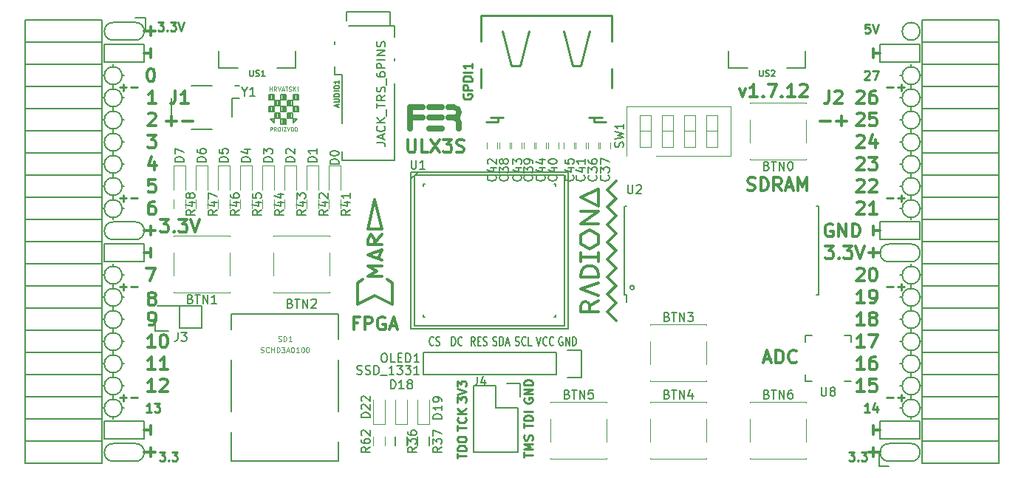
<source format=gto>
G04 #@! TF.FileFunction,Legend,Top*
%FSLAX46Y46*%
G04 Gerber Fmt 4.6, Leading zero omitted, Abs format (unit mm)*
G04 Created by KiCad (PCBNEW 4.0.7+dfsg1-1) date Sat Feb 17 11:48:04 2018*
%MOMM*%
%LPD*%
G01*
G04 APERTURE LIST*
%ADD10C,0.100000*%
%ADD11C,0.300000*%
%ADD12C,0.200000*%
%ADD13C,0.250000*%
%ADD14C,0.150000*%
%ADD15C,0.120000*%
%ADD16C,0.700000*%
%ADD17C,0.254000*%
%ADD18C,0.152400*%
%ADD19C,0.124460*%
%ADD20C,0.075000*%
G04 APERTURE END LIST*
D10*
D11*
X167133430Y-69226571D02*
X167490573Y-70226571D01*
X167847715Y-69226571D01*
X169204858Y-70226571D02*
X168347715Y-70226571D01*
X168776287Y-70226571D02*
X168776287Y-68726571D01*
X168633430Y-68940857D01*
X168490572Y-69083714D01*
X168347715Y-69155143D01*
X169847715Y-70083714D02*
X169919143Y-70155143D01*
X169847715Y-70226571D01*
X169776286Y-70155143D01*
X169847715Y-70083714D01*
X169847715Y-70226571D01*
X170419144Y-68726571D02*
X171419144Y-68726571D01*
X170776287Y-70226571D01*
X171990572Y-70083714D02*
X172062000Y-70155143D01*
X171990572Y-70226571D01*
X171919143Y-70155143D01*
X171990572Y-70083714D01*
X171990572Y-70226571D01*
X173490572Y-70226571D02*
X172633429Y-70226571D01*
X173062001Y-70226571D02*
X173062001Y-68726571D01*
X172919144Y-68940857D01*
X172776286Y-69083714D01*
X172633429Y-69155143D01*
X174062000Y-68869429D02*
X174133429Y-68798000D01*
X174276286Y-68726571D01*
X174633429Y-68726571D01*
X174776286Y-68798000D01*
X174847715Y-68869429D01*
X174919143Y-69012286D01*
X174919143Y-69155143D01*
X174847715Y-69369429D01*
X173990572Y-70226571D01*
X174919143Y-70226571D01*
X182492000Y-87582000D02*
X182492000Y-88598000D01*
X181984000Y-88090000D02*
X183254000Y-88090000D01*
X182492000Y-110442000D02*
X182492000Y-111458000D01*
X183254000Y-110950000D02*
X181984000Y-110950000D01*
X99688000Y-110442000D02*
X99688000Y-111458000D01*
X98926000Y-110950000D02*
X100196000Y-110950000D01*
X99688000Y-62182000D02*
X99688000Y-63198000D01*
X98926000Y-62690000D02*
X100196000Y-62690000D01*
X99688000Y-85042000D02*
X99688000Y-86058000D01*
X98926000Y-85550000D02*
X100196000Y-85550000D01*
D12*
X97910000Y-63706000D02*
G75*
G03X97910000Y-61674000I0J1016000D01*
G01*
X184270000Y-109934000D02*
G75*
G03X184270000Y-111966000I0J-1016000D01*
G01*
X95370000Y-111966000D02*
X97910000Y-111966000D01*
X95370000Y-109934000D02*
X97910000Y-109934000D01*
X97910000Y-111966000D02*
G75*
G03X97910000Y-109934000I0J1016000D01*
G01*
X95370000Y-109934000D02*
G75*
G03X95370000Y-111966000I0J-1016000D01*
G01*
X95370000Y-61674000D02*
X97910000Y-61674000D01*
X95370000Y-63706000D02*
X97910000Y-63706000D01*
X95370000Y-61674000D02*
G75*
G03X95370000Y-63706000I0J-1016000D01*
G01*
X95370000Y-84534000D02*
X97910000Y-84534000D01*
X95370000Y-86566000D02*
X97910000Y-86566000D01*
X95370000Y-84534000D02*
G75*
G03X95370000Y-86566000I0J-1016000D01*
G01*
X97910000Y-86566000D02*
G75*
G03X97910000Y-84534000I0J1016000D01*
G01*
X187826000Y-62690000D02*
G75*
G03X187826000Y-62690000I-1016000J0D01*
G01*
X184270000Y-89106000D02*
X186810000Y-89106000D01*
X184270000Y-87074000D02*
X186810000Y-87074000D01*
X184270000Y-87074000D02*
G75*
G03X184270000Y-89106000I0J-1016000D01*
G01*
X186810000Y-89106000D02*
G75*
G03X186810000Y-87074000I0J1016000D01*
G01*
X186810000Y-111966000D02*
X184270000Y-111966000D01*
X186810000Y-109934000D02*
X184270000Y-109934000D01*
X186810000Y-111966000D02*
G75*
G03X186810000Y-109934000I0J1016000D01*
G01*
X94354000Y-66246000D02*
X94354000Y-64214000D01*
X98926000Y-66246000D02*
X94354000Y-66246000D01*
X98926000Y-64214000D02*
X98926000Y-66246000D01*
X94354000Y-64214000D02*
X98926000Y-64214000D01*
X94354000Y-87074000D02*
X98926000Y-87074000D01*
X94354000Y-89106000D02*
X94354000Y-87074000D01*
X98926000Y-89106000D02*
X94354000Y-89106000D01*
X98926000Y-87074000D02*
X98926000Y-89106000D01*
X94354000Y-109426000D02*
X98926000Y-109426000D01*
X94354000Y-107394000D02*
X94354000Y-109426000D01*
X98926000Y-107394000D02*
X94354000Y-107394000D01*
X98926000Y-109426000D02*
X98926000Y-107394000D01*
X183254000Y-109426000D02*
X187826000Y-109426000D01*
X183254000Y-107394000D02*
X183254000Y-109426000D01*
X187826000Y-107394000D02*
X187826000Y-109426000D01*
X183254000Y-107394000D02*
X187826000Y-107394000D01*
X183254000Y-66246000D02*
X187826000Y-66246000D01*
X183254000Y-64214000D02*
X183254000Y-66246000D01*
X187826000Y-64214000D02*
X183254000Y-64214000D01*
X187826000Y-66246000D02*
X187826000Y-64214000D01*
X183254000Y-84534000D02*
X187826000Y-84534000D01*
X183254000Y-86566000D02*
X183254000Y-84534000D01*
X187826000Y-86566000D02*
X183254000Y-86566000D01*
X187826000Y-84534000D02*
X187826000Y-86566000D01*
D13*
X96148000Y-69111429D02*
X96909905Y-69111429D01*
X96528953Y-69492381D02*
X96528953Y-68730476D01*
X97386095Y-69111429D02*
X98148000Y-69111429D01*
X96148000Y-81811429D02*
X96909905Y-81811429D01*
X96528953Y-82192381D02*
X96528953Y-81430476D01*
X97386095Y-81811429D02*
X98148000Y-81811429D01*
X96148000Y-91971429D02*
X96909905Y-91971429D01*
X96528953Y-92352381D02*
X96528953Y-91590476D01*
X97386095Y-91971429D02*
X98148000Y-91971429D01*
X96148000Y-104671429D02*
X96909905Y-104671429D01*
X96528953Y-105052381D02*
X96528953Y-104290476D01*
X97386095Y-104671429D02*
X98148000Y-104671429D01*
X184032000Y-104671429D02*
X184793905Y-104671429D01*
X185270095Y-104671429D02*
X186032000Y-104671429D01*
X185651048Y-105052381D02*
X185651048Y-104290476D01*
X184032000Y-91971429D02*
X184793905Y-91971429D01*
X185270095Y-91971429D02*
X186032000Y-91971429D01*
X185651048Y-92352381D02*
X185651048Y-91590476D01*
X184032000Y-81811429D02*
X184793905Y-81811429D01*
X185270095Y-81811429D02*
X186032000Y-81811429D01*
X185651048Y-82192381D02*
X185651048Y-81430476D01*
X184032000Y-69111429D02*
X184793905Y-69111429D01*
X185270095Y-69111429D02*
X186032000Y-69111429D01*
X185651048Y-69492381D02*
X185651048Y-68730476D01*
D11*
X176420000Y-72957143D02*
X177562857Y-72957143D01*
X178277143Y-72957143D02*
X179420000Y-72957143D01*
X178848571Y-73528571D02*
X178848571Y-72385714D01*
D12*
X187826000Y-67770000D02*
G75*
G03X187826000Y-67770000I-1016000J0D01*
G01*
X187826000Y-70310000D02*
G75*
G03X187826000Y-70310000I-1016000J0D01*
G01*
X187826000Y-72850000D02*
G75*
G03X187826000Y-72850000I-1016000J0D01*
G01*
X187826000Y-75390000D02*
G75*
G03X187826000Y-75390000I-1016000J0D01*
G01*
X187826000Y-77930000D02*
G75*
G03X187826000Y-77930000I-1016000J0D01*
G01*
X187826000Y-80470000D02*
G75*
G03X187826000Y-80470000I-1016000J0D01*
G01*
X187826000Y-83010000D02*
G75*
G03X187826000Y-83010000I-1016000J0D01*
G01*
X187826000Y-90630000D02*
G75*
G03X187826000Y-90630000I-1016000J0D01*
G01*
X187826000Y-93170000D02*
G75*
G03X187826000Y-93170000I-1016000J0D01*
G01*
X187826000Y-95710000D02*
G75*
G03X187826000Y-95710000I-1016000J0D01*
G01*
X187826000Y-98250000D02*
G75*
G03X187826000Y-98250000I-1016000J0D01*
G01*
X187826000Y-100790000D02*
G75*
G03X187826000Y-100790000I-1016000J0D01*
G01*
X187826000Y-103330000D02*
G75*
G03X187826000Y-103330000I-1016000J0D01*
G01*
X187826000Y-105870000D02*
G75*
G03X187826000Y-105870000I-1016000J0D01*
G01*
X96386000Y-105870000D02*
G75*
G03X96386000Y-105870000I-1016000J0D01*
G01*
X96386000Y-103330000D02*
G75*
G03X96386000Y-103330000I-1016000J0D01*
G01*
X96386000Y-100790000D02*
G75*
G03X96386000Y-100790000I-1016000J0D01*
G01*
X96386000Y-98250000D02*
G75*
G03X96386000Y-98250000I-1016000J0D01*
G01*
X96386000Y-95710000D02*
G75*
G03X96386000Y-95710000I-1016000J0D01*
G01*
X96386000Y-93170000D02*
G75*
G03X96386000Y-93170000I-1016000J0D01*
G01*
X96386000Y-90630000D02*
G75*
G03X96386000Y-90630000I-1016000J0D01*
G01*
X96386000Y-83010000D02*
G75*
G03X96386000Y-83010000I-1016000J0D01*
G01*
X96386000Y-80470000D02*
G75*
G03X96386000Y-80470000I-1016000J0D01*
G01*
X96386000Y-77930000D02*
G75*
G03X96386000Y-77930000I-1016000J0D01*
G01*
X96386000Y-75390000D02*
G75*
G03X96386000Y-75390000I-1016000J0D01*
G01*
X96386000Y-72850000D02*
G75*
G03X96386000Y-72850000I-1016000J0D01*
G01*
X96386000Y-70310000D02*
G75*
G03X96386000Y-70310000I-1016000J0D01*
G01*
X96386000Y-67770000D02*
G75*
G03X96386000Y-67770000I-1016000J0D01*
G01*
D11*
X177793143Y-84800000D02*
X177650286Y-84728571D01*
X177436000Y-84728571D01*
X177221715Y-84800000D01*
X177078857Y-84942857D01*
X177007429Y-85085714D01*
X176936000Y-85371429D01*
X176936000Y-85585714D01*
X177007429Y-85871429D01*
X177078857Y-86014286D01*
X177221715Y-86157143D01*
X177436000Y-86228571D01*
X177578857Y-86228571D01*
X177793143Y-86157143D01*
X177864572Y-86085714D01*
X177864572Y-85585714D01*
X177578857Y-85585714D01*
X178507429Y-86228571D02*
X178507429Y-84728571D01*
X179364572Y-86228571D01*
X179364572Y-84728571D01*
X180078858Y-86228571D02*
X180078858Y-84728571D01*
X180436001Y-84728571D01*
X180650286Y-84800000D01*
X180793144Y-84942857D01*
X180864572Y-85085714D01*
X180936001Y-85371429D01*
X180936001Y-85585714D01*
X180864572Y-85871429D01*
X180793144Y-86014286D01*
X180650286Y-86157143D01*
X180436001Y-86228571D01*
X180078858Y-86228571D01*
X182492000Y-86058000D02*
X182492000Y-85042000D01*
X183254000Y-85550000D02*
X182492000Y-85550000D01*
X182492000Y-107902000D02*
X182492000Y-108918000D01*
X182492000Y-108410000D02*
X183254000Y-108410000D01*
D13*
X182047524Y-106322381D02*
X181476095Y-106322381D01*
X181761809Y-106322381D02*
X181761809Y-105322381D01*
X181666571Y-105465238D01*
X181571333Y-105560476D01*
X181476095Y-105608095D01*
X182904667Y-105655714D02*
X182904667Y-106322381D01*
X182666571Y-105274762D02*
X182428476Y-105989048D01*
X183047524Y-105989048D01*
X181476095Y-67317619D02*
X181523714Y-67270000D01*
X181618952Y-67222381D01*
X181857048Y-67222381D01*
X181952286Y-67270000D01*
X181999905Y-67317619D01*
X182047524Y-67412857D01*
X182047524Y-67508095D01*
X181999905Y-67650952D01*
X181428476Y-68222381D01*
X182047524Y-68222381D01*
X182380857Y-67222381D02*
X183047524Y-67222381D01*
X182618952Y-68222381D01*
D11*
X182492000Y-64722000D02*
X182492000Y-65738000D01*
X182492000Y-65230000D02*
X183254000Y-65230000D01*
X99688000Y-107902000D02*
X99688000Y-108918000D01*
X98926000Y-108410000D02*
X99688000Y-108410000D01*
X99315001Y-74568571D02*
X100243572Y-74568571D01*
X99743572Y-75140000D01*
X99957858Y-75140000D01*
X100100715Y-75211429D01*
X100172144Y-75282857D01*
X100243572Y-75425714D01*
X100243572Y-75782857D01*
X100172144Y-75925714D01*
X100100715Y-75997143D01*
X99957858Y-76068571D01*
X99529286Y-76068571D01*
X99386429Y-75997143D01*
X99315001Y-75925714D01*
X100100715Y-77608571D02*
X100100715Y-78608571D01*
X99743572Y-77037143D02*
X99386429Y-78108571D01*
X100315001Y-78108571D01*
X100172144Y-79648571D02*
X99457858Y-79648571D01*
X99386429Y-80362857D01*
X99457858Y-80291429D01*
X99600715Y-80220000D01*
X99957858Y-80220000D01*
X100100715Y-80291429D01*
X100172144Y-80362857D01*
X100243572Y-80505714D01*
X100243572Y-80862857D01*
X100172144Y-81005714D01*
X100100715Y-81077143D01*
X99957858Y-81148571D01*
X99600715Y-81148571D01*
X99457858Y-81077143D01*
X99386429Y-81005714D01*
D13*
X99751524Y-106322381D02*
X99180095Y-106322381D01*
X99465809Y-106322381D02*
X99465809Y-105322381D01*
X99370571Y-105465238D01*
X99275333Y-105560476D01*
X99180095Y-105608095D01*
X100084857Y-105322381D02*
X100703905Y-105322381D01*
X100370571Y-105703333D01*
X100513429Y-105703333D01*
X100608667Y-105750952D01*
X100656286Y-105798571D01*
X100703905Y-105893810D01*
X100703905Y-106131905D01*
X100656286Y-106227143D01*
X100608667Y-106274762D01*
X100513429Y-106322381D01*
X100227714Y-106322381D01*
X100132476Y-106274762D01*
X100084857Y-106227143D01*
D11*
X99188001Y-89808571D02*
X100188001Y-89808571D01*
X99545144Y-91308571D01*
X99688000Y-87582000D02*
X99688000Y-88598000D01*
X98926000Y-88090000D02*
X99688000Y-88090000D01*
X99688000Y-64722000D02*
X99688000Y-65738000D01*
X98926000Y-65230000D02*
X99688000Y-65230000D01*
D13*
X100497810Y-61634381D02*
X101116858Y-61634381D01*
X100783524Y-62015333D01*
X100926382Y-62015333D01*
X101021620Y-62062952D01*
X101069239Y-62110571D01*
X101116858Y-62205810D01*
X101116858Y-62443905D01*
X101069239Y-62539143D01*
X101021620Y-62586762D01*
X100926382Y-62634381D01*
X100640667Y-62634381D01*
X100545429Y-62586762D01*
X100497810Y-62539143D01*
X101545429Y-62539143D02*
X101593048Y-62586762D01*
X101545429Y-62634381D01*
X101497810Y-62586762D01*
X101545429Y-62539143D01*
X101545429Y-62634381D01*
X101926381Y-61634381D02*
X102545429Y-61634381D01*
X102212095Y-62015333D01*
X102354953Y-62015333D01*
X102450191Y-62062952D01*
X102497810Y-62110571D01*
X102545429Y-62205810D01*
X102545429Y-62443905D01*
X102497810Y-62539143D01*
X102450191Y-62586762D01*
X102354953Y-62634381D01*
X102069238Y-62634381D01*
X101974000Y-62586762D01*
X101926381Y-62539143D01*
X102831143Y-61634381D02*
X103164476Y-62634381D01*
X103497810Y-61634381D01*
X179666381Y-110910381D02*
X180285429Y-110910381D01*
X179952095Y-111291333D01*
X180094953Y-111291333D01*
X180190191Y-111338952D01*
X180237810Y-111386571D01*
X180285429Y-111481810D01*
X180285429Y-111719905D01*
X180237810Y-111815143D01*
X180190191Y-111862762D01*
X180094953Y-111910381D01*
X179809238Y-111910381D01*
X179714000Y-111862762D01*
X179666381Y-111815143D01*
X180714000Y-111815143D02*
X180761619Y-111862762D01*
X180714000Y-111910381D01*
X180666381Y-111862762D01*
X180714000Y-111815143D01*
X180714000Y-111910381D01*
X181094952Y-110910381D02*
X181714000Y-110910381D01*
X181380666Y-111291333D01*
X181523524Y-111291333D01*
X181618762Y-111338952D01*
X181666381Y-111386571D01*
X181714000Y-111481810D01*
X181714000Y-111719905D01*
X181666381Y-111815143D01*
X181618762Y-111862762D01*
X181523524Y-111910381D01*
X181237809Y-111910381D01*
X181142571Y-111862762D01*
X181094952Y-111815143D01*
D11*
X100775715Y-84220571D02*
X101704286Y-84220571D01*
X101204286Y-84792000D01*
X101418572Y-84792000D01*
X101561429Y-84863429D01*
X101632858Y-84934857D01*
X101704286Y-85077714D01*
X101704286Y-85434857D01*
X101632858Y-85577714D01*
X101561429Y-85649143D01*
X101418572Y-85720571D01*
X100990000Y-85720571D01*
X100847143Y-85649143D01*
X100775715Y-85577714D01*
X102347143Y-85577714D02*
X102418571Y-85649143D01*
X102347143Y-85720571D01*
X102275714Y-85649143D01*
X102347143Y-85577714D01*
X102347143Y-85720571D01*
X102918572Y-84220571D02*
X103847143Y-84220571D01*
X103347143Y-84792000D01*
X103561429Y-84792000D01*
X103704286Y-84863429D01*
X103775715Y-84934857D01*
X103847143Y-85077714D01*
X103847143Y-85434857D01*
X103775715Y-85577714D01*
X103704286Y-85649143D01*
X103561429Y-85720571D01*
X103132857Y-85720571D01*
X102990000Y-85649143D01*
X102918572Y-85577714D01*
X104275714Y-84220571D02*
X104775714Y-85720571D01*
X105275714Y-84220571D01*
D13*
X100672381Y-110910381D02*
X101291429Y-110910381D01*
X100958095Y-111291333D01*
X101100953Y-111291333D01*
X101196191Y-111338952D01*
X101243810Y-111386571D01*
X101291429Y-111481810D01*
X101291429Y-111719905D01*
X101243810Y-111815143D01*
X101196191Y-111862762D01*
X101100953Y-111910381D01*
X100815238Y-111910381D01*
X100720000Y-111862762D01*
X100672381Y-111815143D01*
X101720000Y-111815143D02*
X101767619Y-111862762D01*
X101720000Y-111910381D01*
X101672381Y-111862762D01*
X101720000Y-111815143D01*
X101720000Y-111910381D01*
X102100952Y-110910381D02*
X102720000Y-110910381D01*
X102386666Y-111291333D01*
X102529524Y-111291333D01*
X102624762Y-111338952D01*
X102672381Y-111386571D01*
X102720000Y-111481810D01*
X102720000Y-111719905D01*
X102672381Y-111815143D01*
X102624762Y-111862762D01*
X102529524Y-111910381D01*
X102243809Y-111910381D01*
X102148571Y-111862762D01*
X102100952Y-111815143D01*
X182047524Y-61888381D02*
X181571333Y-61888381D01*
X181523714Y-62364571D01*
X181571333Y-62316952D01*
X181666571Y-62269333D01*
X181904667Y-62269333D01*
X181999905Y-62316952D01*
X182047524Y-62364571D01*
X182095143Y-62459810D01*
X182095143Y-62697905D01*
X182047524Y-62793143D01*
X181999905Y-62840762D01*
X181904667Y-62888381D01*
X181666571Y-62888381D01*
X181571333Y-62840762D01*
X181523714Y-62793143D01*
X182380857Y-61888381D02*
X182714190Y-62888381D01*
X183047524Y-61888381D01*
D11*
X180587143Y-69631429D02*
X180658572Y-69560000D01*
X180801429Y-69488571D01*
X181158572Y-69488571D01*
X181301429Y-69560000D01*
X181372858Y-69631429D01*
X181444286Y-69774286D01*
X181444286Y-69917143D01*
X181372858Y-70131429D01*
X180515715Y-70988571D01*
X181444286Y-70988571D01*
X182730000Y-69488571D02*
X182444286Y-69488571D01*
X182301429Y-69560000D01*
X182230000Y-69631429D01*
X182087143Y-69845714D01*
X182015714Y-70131429D01*
X182015714Y-70702857D01*
X182087143Y-70845714D01*
X182158571Y-70917143D01*
X182301429Y-70988571D01*
X182587143Y-70988571D01*
X182730000Y-70917143D01*
X182801429Y-70845714D01*
X182872857Y-70702857D01*
X182872857Y-70345714D01*
X182801429Y-70202857D01*
X182730000Y-70131429D01*
X182587143Y-70060000D01*
X182301429Y-70060000D01*
X182158571Y-70131429D01*
X182087143Y-70202857D01*
X182015714Y-70345714D01*
X180587143Y-72171429D02*
X180658572Y-72100000D01*
X180801429Y-72028571D01*
X181158572Y-72028571D01*
X181301429Y-72100000D01*
X181372858Y-72171429D01*
X181444286Y-72314286D01*
X181444286Y-72457143D01*
X181372858Y-72671429D01*
X180515715Y-73528571D01*
X181444286Y-73528571D01*
X182801429Y-72028571D02*
X182087143Y-72028571D01*
X182015714Y-72742857D01*
X182087143Y-72671429D01*
X182230000Y-72600000D01*
X182587143Y-72600000D01*
X182730000Y-72671429D01*
X182801429Y-72742857D01*
X182872857Y-72885714D01*
X182872857Y-73242857D01*
X182801429Y-73385714D01*
X182730000Y-73457143D01*
X182587143Y-73528571D01*
X182230000Y-73528571D01*
X182087143Y-73457143D01*
X182015714Y-73385714D01*
X180587143Y-74711429D02*
X180658572Y-74640000D01*
X180801429Y-74568571D01*
X181158572Y-74568571D01*
X181301429Y-74640000D01*
X181372858Y-74711429D01*
X181444286Y-74854286D01*
X181444286Y-74997143D01*
X181372858Y-75211429D01*
X180515715Y-76068571D01*
X181444286Y-76068571D01*
X182730000Y-75068571D02*
X182730000Y-76068571D01*
X182372857Y-74497143D02*
X182015714Y-75568571D01*
X182944286Y-75568571D01*
X180587143Y-77251429D02*
X180658572Y-77180000D01*
X180801429Y-77108571D01*
X181158572Y-77108571D01*
X181301429Y-77180000D01*
X181372858Y-77251429D01*
X181444286Y-77394286D01*
X181444286Y-77537143D01*
X181372858Y-77751429D01*
X180515715Y-78608571D01*
X181444286Y-78608571D01*
X181944286Y-77108571D02*
X182872857Y-77108571D01*
X182372857Y-77680000D01*
X182587143Y-77680000D01*
X182730000Y-77751429D01*
X182801429Y-77822857D01*
X182872857Y-77965714D01*
X182872857Y-78322857D01*
X182801429Y-78465714D01*
X182730000Y-78537143D01*
X182587143Y-78608571D01*
X182158571Y-78608571D01*
X182015714Y-78537143D01*
X181944286Y-78465714D01*
X180587143Y-79791429D02*
X180658572Y-79720000D01*
X180801429Y-79648571D01*
X181158572Y-79648571D01*
X181301429Y-79720000D01*
X181372858Y-79791429D01*
X181444286Y-79934286D01*
X181444286Y-80077143D01*
X181372858Y-80291429D01*
X180515715Y-81148571D01*
X181444286Y-81148571D01*
X182015714Y-79791429D02*
X182087143Y-79720000D01*
X182230000Y-79648571D01*
X182587143Y-79648571D01*
X182730000Y-79720000D01*
X182801429Y-79791429D01*
X182872857Y-79934286D01*
X182872857Y-80077143D01*
X182801429Y-80291429D01*
X181944286Y-81148571D01*
X182872857Y-81148571D01*
X180587143Y-82331429D02*
X180658572Y-82260000D01*
X180801429Y-82188571D01*
X181158572Y-82188571D01*
X181301429Y-82260000D01*
X181372858Y-82331429D01*
X181444286Y-82474286D01*
X181444286Y-82617143D01*
X181372858Y-82831429D01*
X180515715Y-83688571D01*
X181444286Y-83688571D01*
X182872857Y-83688571D02*
X182015714Y-83688571D01*
X182444286Y-83688571D02*
X182444286Y-82188571D01*
X182301429Y-82402857D01*
X182158571Y-82545714D01*
X182015714Y-82617143D01*
X176975715Y-87268571D02*
X177904286Y-87268571D01*
X177404286Y-87840000D01*
X177618572Y-87840000D01*
X177761429Y-87911429D01*
X177832858Y-87982857D01*
X177904286Y-88125714D01*
X177904286Y-88482857D01*
X177832858Y-88625714D01*
X177761429Y-88697143D01*
X177618572Y-88768571D01*
X177190000Y-88768571D01*
X177047143Y-88697143D01*
X176975715Y-88625714D01*
X178547143Y-88625714D02*
X178618571Y-88697143D01*
X178547143Y-88768571D01*
X178475714Y-88697143D01*
X178547143Y-88625714D01*
X178547143Y-88768571D01*
X179118572Y-87268571D02*
X180047143Y-87268571D01*
X179547143Y-87840000D01*
X179761429Y-87840000D01*
X179904286Y-87911429D01*
X179975715Y-87982857D01*
X180047143Y-88125714D01*
X180047143Y-88482857D01*
X179975715Y-88625714D01*
X179904286Y-88697143D01*
X179761429Y-88768571D01*
X179332857Y-88768571D01*
X179190000Y-88697143D01*
X179118572Y-88625714D01*
X180475714Y-87268571D02*
X180975714Y-88768571D01*
X181475714Y-87268571D01*
X180587143Y-89951429D02*
X180658572Y-89880000D01*
X180801429Y-89808571D01*
X181158572Y-89808571D01*
X181301429Y-89880000D01*
X181372858Y-89951429D01*
X181444286Y-90094286D01*
X181444286Y-90237143D01*
X181372858Y-90451429D01*
X180515715Y-91308571D01*
X181444286Y-91308571D01*
X182372857Y-89808571D02*
X182515714Y-89808571D01*
X182658571Y-89880000D01*
X182730000Y-89951429D01*
X182801429Y-90094286D01*
X182872857Y-90380000D01*
X182872857Y-90737143D01*
X182801429Y-91022857D01*
X182730000Y-91165714D01*
X182658571Y-91237143D01*
X182515714Y-91308571D01*
X182372857Y-91308571D01*
X182230000Y-91237143D01*
X182158571Y-91165714D01*
X182087143Y-91022857D01*
X182015714Y-90737143D01*
X182015714Y-90380000D01*
X182087143Y-90094286D01*
X182158571Y-89951429D01*
X182230000Y-89880000D01*
X182372857Y-89808571D01*
X181444286Y-93848571D02*
X180587143Y-93848571D01*
X181015715Y-93848571D02*
X181015715Y-92348571D01*
X180872858Y-92562857D01*
X180730000Y-92705714D01*
X180587143Y-92777143D01*
X182158571Y-93848571D02*
X182444286Y-93848571D01*
X182587143Y-93777143D01*
X182658571Y-93705714D01*
X182801429Y-93491429D01*
X182872857Y-93205714D01*
X182872857Y-92634286D01*
X182801429Y-92491429D01*
X182730000Y-92420000D01*
X182587143Y-92348571D01*
X182301429Y-92348571D01*
X182158571Y-92420000D01*
X182087143Y-92491429D01*
X182015714Y-92634286D01*
X182015714Y-92991429D01*
X182087143Y-93134286D01*
X182158571Y-93205714D01*
X182301429Y-93277143D01*
X182587143Y-93277143D01*
X182730000Y-93205714D01*
X182801429Y-93134286D01*
X182872857Y-92991429D01*
X181444286Y-96388571D02*
X180587143Y-96388571D01*
X181015715Y-96388571D02*
X181015715Y-94888571D01*
X180872858Y-95102857D01*
X180730000Y-95245714D01*
X180587143Y-95317143D01*
X182301429Y-95531429D02*
X182158571Y-95460000D01*
X182087143Y-95388571D01*
X182015714Y-95245714D01*
X182015714Y-95174286D01*
X182087143Y-95031429D01*
X182158571Y-94960000D01*
X182301429Y-94888571D01*
X182587143Y-94888571D01*
X182730000Y-94960000D01*
X182801429Y-95031429D01*
X182872857Y-95174286D01*
X182872857Y-95245714D01*
X182801429Y-95388571D01*
X182730000Y-95460000D01*
X182587143Y-95531429D01*
X182301429Y-95531429D01*
X182158571Y-95602857D01*
X182087143Y-95674286D01*
X182015714Y-95817143D01*
X182015714Y-96102857D01*
X182087143Y-96245714D01*
X182158571Y-96317143D01*
X182301429Y-96388571D01*
X182587143Y-96388571D01*
X182730000Y-96317143D01*
X182801429Y-96245714D01*
X182872857Y-96102857D01*
X182872857Y-95817143D01*
X182801429Y-95674286D01*
X182730000Y-95602857D01*
X182587143Y-95531429D01*
X181444286Y-98928571D02*
X180587143Y-98928571D01*
X181015715Y-98928571D02*
X181015715Y-97428571D01*
X180872858Y-97642857D01*
X180730000Y-97785714D01*
X180587143Y-97857143D01*
X181944286Y-97428571D02*
X182944286Y-97428571D01*
X182301429Y-98928571D01*
X181444286Y-101468571D02*
X180587143Y-101468571D01*
X181015715Y-101468571D02*
X181015715Y-99968571D01*
X180872858Y-100182857D01*
X180730000Y-100325714D01*
X180587143Y-100397143D01*
X182730000Y-99968571D02*
X182444286Y-99968571D01*
X182301429Y-100040000D01*
X182230000Y-100111429D01*
X182087143Y-100325714D01*
X182015714Y-100611429D01*
X182015714Y-101182857D01*
X182087143Y-101325714D01*
X182158571Y-101397143D01*
X182301429Y-101468571D01*
X182587143Y-101468571D01*
X182730000Y-101397143D01*
X182801429Y-101325714D01*
X182872857Y-101182857D01*
X182872857Y-100825714D01*
X182801429Y-100682857D01*
X182730000Y-100611429D01*
X182587143Y-100540000D01*
X182301429Y-100540000D01*
X182158571Y-100611429D01*
X182087143Y-100682857D01*
X182015714Y-100825714D01*
X181444286Y-104008571D02*
X180587143Y-104008571D01*
X181015715Y-104008571D02*
X181015715Y-102508571D01*
X180872858Y-102722857D01*
X180730000Y-102865714D01*
X180587143Y-102937143D01*
X182801429Y-102508571D02*
X182087143Y-102508571D01*
X182015714Y-103222857D01*
X182087143Y-103151429D01*
X182230000Y-103080000D01*
X182587143Y-103080000D01*
X182730000Y-103151429D01*
X182801429Y-103222857D01*
X182872857Y-103365714D01*
X182872857Y-103722857D01*
X182801429Y-103865714D01*
X182730000Y-103937143D01*
X182587143Y-104008571D01*
X182230000Y-104008571D01*
X182087143Y-103937143D01*
X182015714Y-103865714D01*
D12*
X186810000Y-66500000D02*
X186810000Y-66754000D01*
X187826000Y-67770000D02*
X188080000Y-67770000D01*
X185540000Y-67770000D02*
X185794000Y-67770000D01*
X186810000Y-69294000D02*
X186810000Y-68786000D01*
X187826000Y-70310000D02*
X188080000Y-70310000D01*
X185540000Y-70310000D02*
X185794000Y-70310000D01*
X186810000Y-71326000D02*
X186810000Y-71834000D01*
X187826000Y-72850000D02*
X188080000Y-72850000D01*
X185540000Y-72850000D02*
X185794000Y-72850000D01*
X186810000Y-73866000D02*
X186810000Y-74374000D01*
X187826000Y-75390000D02*
X188080000Y-75390000D01*
X185540000Y-75390000D02*
X185794000Y-75390000D01*
X186810000Y-76406000D02*
X186810000Y-76914000D01*
X187826000Y-77930000D02*
X188080000Y-77930000D01*
X185540000Y-77930000D02*
X185794000Y-77930000D01*
X186810000Y-79454000D02*
X186810000Y-78946000D01*
X187826000Y-80470000D02*
X188080000Y-80470000D01*
X185540000Y-80470000D02*
X185794000Y-80470000D01*
X186810000Y-81994000D02*
X186810000Y-81486000D01*
X187826000Y-83010000D02*
X188080000Y-83010000D01*
X185540000Y-83010000D02*
X185794000Y-83010000D01*
X186810000Y-84026000D02*
X186810000Y-84280000D01*
X186810000Y-89360000D02*
X186810000Y-89614000D01*
X187826000Y-90630000D02*
X188080000Y-90630000D01*
X185540000Y-90630000D02*
X185794000Y-90630000D01*
X186810000Y-91646000D02*
X186810000Y-92154000D01*
X187826000Y-93170000D02*
X188080000Y-93170000D01*
X185540000Y-93170000D02*
X185794000Y-93170000D01*
X186810000Y-94186000D02*
X186810000Y-94694000D01*
X187826000Y-95710000D02*
X188080000Y-95710000D01*
X185540000Y-95710000D02*
X185794000Y-95710000D01*
X186810000Y-97234000D02*
X186810000Y-96726000D01*
X187826000Y-98250000D02*
X188080000Y-98250000D01*
X185540000Y-98250000D02*
X185794000Y-98250000D01*
X187826000Y-100790000D02*
X188080000Y-100790000D01*
X185540000Y-100790000D02*
X185794000Y-100790000D01*
X186810000Y-99266000D02*
X186810000Y-99774000D01*
X186810000Y-102314000D02*
X186810000Y-101806000D01*
X187826000Y-103330000D02*
X188080000Y-103330000D01*
X185540000Y-103330000D02*
X185794000Y-103330000D01*
X186810000Y-104346000D02*
X186810000Y-104854000D01*
X185540000Y-105870000D02*
X185794000Y-105870000D01*
X187826000Y-105870000D02*
X188080000Y-105870000D01*
X186810000Y-106886000D02*
X186810000Y-107140000D01*
X95370000Y-66754000D02*
X95370000Y-66500000D01*
X96386000Y-67770000D02*
X96640000Y-67770000D01*
X94100000Y-67770000D02*
X94354000Y-67770000D01*
X95370000Y-68786000D02*
X95370000Y-69294000D01*
X96386000Y-70310000D02*
X96640000Y-70310000D01*
X94100000Y-70310000D02*
X94354000Y-70310000D01*
X95370000Y-71326000D02*
X95370000Y-71834000D01*
X96386000Y-72850000D02*
X96640000Y-72850000D01*
X94100000Y-72850000D02*
X94354000Y-72850000D01*
X95370000Y-73866000D02*
X95370000Y-74374000D01*
X96386000Y-75390000D02*
X96640000Y-75390000D01*
X95370000Y-76406000D02*
X95370000Y-76914000D01*
X96386000Y-77930000D02*
X96640000Y-77930000D01*
X94100000Y-77930000D02*
X94354000Y-77930000D01*
X95370000Y-79454000D02*
X95370000Y-78946000D01*
X96386000Y-80470000D02*
X96640000Y-80470000D01*
X94100000Y-80470000D02*
X94354000Y-80470000D01*
X95370000Y-81486000D02*
X95370000Y-81994000D01*
X96386000Y-83010000D02*
X96640000Y-83010000D01*
X95370000Y-84026000D02*
X95370000Y-84280000D01*
X94100000Y-83010000D02*
X94354000Y-83010000D01*
X95370000Y-106886000D02*
X95370000Y-107140000D01*
X95370000Y-89360000D02*
X95370000Y-89614000D01*
X96386000Y-93170000D02*
X96640000Y-93170000D01*
X94100000Y-93170000D02*
X94354000Y-93170000D01*
X95370000Y-94186000D02*
X95370000Y-94694000D01*
X94100000Y-90630000D02*
X94354000Y-90630000D01*
X96386000Y-90630000D02*
X96640000Y-90630000D01*
X95370000Y-92154000D02*
X95370000Y-91646000D01*
X96386000Y-95710000D02*
X96640000Y-95710000D01*
X94100000Y-95710000D02*
X94354000Y-95710000D01*
X96386000Y-98250000D02*
X96640000Y-98250000D01*
X94354000Y-98250000D02*
X94100000Y-98250000D01*
X95370000Y-96726000D02*
X95370000Y-97234000D01*
X95370000Y-99266000D02*
X95370000Y-99774000D01*
X94100000Y-100790000D02*
X94354000Y-100790000D01*
X96386000Y-100790000D02*
X96640000Y-100790000D01*
X94100000Y-103330000D02*
X94354000Y-103330000D01*
X96386000Y-103330000D02*
X96640000Y-103330000D01*
X95370000Y-101806000D02*
X95370000Y-102314000D01*
X95370000Y-104346000D02*
X95370000Y-104854000D01*
X96386000Y-105870000D02*
X96640000Y-105870000D01*
X94100000Y-105870000D02*
X94354000Y-105870000D01*
D11*
X101490000Y-72957143D02*
X102632857Y-72957143D01*
X102061428Y-73528571D02*
X102061428Y-72385714D01*
X103347143Y-72957143D02*
X104490000Y-72957143D01*
X100164286Y-104008571D02*
X99307143Y-104008571D01*
X99735715Y-104008571D02*
X99735715Y-102508571D01*
X99592858Y-102722857D01*
X99450000Y-102865714D01*
X99307143Y-102937143D01*
X100735714Y-102651429D02*
X100807143Y-102580000D01*
X100950000Y-102508571D01*
X101307143Y-102508571D01*
X101450000Y-102580000D01*
X101521429Y-102651429D01*
X101592857Y-102794286D01*
X101592857Y-102937143D01*
X101521429Y-103151429D01*
X100664286Y-104008571D01*
X101592857Y-104008571D01*
X100164286Y-101468571D02*
X99307143Y-101468571D01*
X99735715Y-101468571D02*
X99735715Y-99968571D01*
X99592858Y-100182857D01*
X99450000Y-100325714D01*
X99307143Y-100397143D01*
X101592857Y-101468571D02*
X100735714Y-101468571D01*
X101164286Y-101468571D02*
X101164286Y-99968571D01*
X101021429Y-100182857D01*
X100878571Y-100325714D01*
X100735714Y-100397143D01*
X100164286Y-98928571D02*
X99307143Y-98928571D01*
X99735715Y-98928571D02*
X99735715Y-97428571D01*
X99592858Y-97642857D01*
X99450000Y-97785714D01*
X99307143Y-97857143D01*
X101092857Y-97428571D02*
X101235714Y-97428571D01*
X101378571Y-97500000D01*
X101450000Y-97571429D01*
X101521429Y-97714286D01*
X101592857Y-98000000D01*
X101592857Y-98357143D01*
X101521429Y-98642857D01*
X101450000Y-98785714D01*
X101378571Y-98857143D01*
X101235714Y-98928571D01*
X101092857Y-98928571D01*
X100950000Y-98857143D01*
X100878571Y-98785714D01*
X100807143Y-98642857D01*
X100735714Y-98357143D01*
X100735714Y-98000000D01*
X100807143Y-97714286D01*
X100878571Y-97571429D01*
X100950000Y-97500000D01*
X101092857Y-97428571D01*
X99529286Y-96388571D02*
X99815001Y-96388571D01*
X99957858Y-96317143D01*
X100029286Y-96245714D01*
X100172144Y-96031429D01*
X100243572Y-95745714D01*
X100243572Y-95174286D01*
X100172144Y-95031429D01*
X100100715Y-94960000D01*
X99957858Y-94888571D01*
X99672144Y-94888571D01*
X99529286Y-94960000D01*
X99457858Y-95031429D01*
X99386429Y-95174286D01*
X99386429Y-95531429D01*
X99457858Y-95674286D01*
X99529286Y-95745714D01*
X99672144Y-95817143D01*
X99957858Y-95817143D01*
X100100715Y-95745714D01*
X100172144Y-95674286D01*
X100243572Y-95531429D01*
X99672144Y-93245429D02*
X99529286Y-93174000D01*
X99457858Y-93102571D01*
X99386429Y-92959714D01*
X99386429Y-92888286D01*
X99457858Y-92745429D01*
X99529286Y-92674000D01*
X99672144Y-92602571D01*
X99957858Y-92602571D01*
X100100715Y-92674000D01*
X100172144Y-92745429D01*
X100243572Y-92888286D01*
X100243572Y-92959714D01*
X100172144Y-93102571D01*
X100100715Y-93174000D01*
X99957858Y-93245429D01*
X99672144Y-93245429D01*
X99529286Y-93316857D01*
X99457858Y-93388286D01*
X99386429Y-93531143D01*
X99386429Y-93816857D01*
X99457858Y-93959714D01*
X99529286Y-94031143D01*
X99672144Y-94102571D01*
X99957858Y-94102571D01*
X100100715Y-94031143D01*
X100172144Y-93959714D01*
X100243572Y-93816857D01*
X100243572Y-93531143D01*
X100172144Y-93388286D01*
X100100715Y-93316857D01*
X99957858Y-93245429D01*
X100100715Y-82188571D02*
X99815001Y-82188571D01*
X99672144Y-82260000D01*
X99600715Y-82331429D01*
X99457858Y-82545714D01*
X99386429Y-82831429D01*
X99386429Y-83402857D01*
X99457858Y-83545714D01*
X99529286Y-83617143D01*
X99672144Y-83688571D01*
X99957858Y-83688571D01*
X100100715Y-83617143D01*
X100172144Y-83545714D01*
X100243572Y-83402857D01*
X100243572Y-83045714D01*
X100172144Y-82902857D01*
X100100715Y-82831429D01*
X99957858Y-82760000D01*
X99672144Y-82760000D01*
X99529286Y-82831429D01*
X99457858Y-82902857D01*
X99386429Y-83045714D01*
X99386429Y-72171429D02*
X99457858Y-72100000D01*
X99600715Y-72028571D01*
X99957858Y-72028571D01*
X100100715Y-72100000D01*
X100172144Y-72171429D01*
X100243572Y-72314286D01*
X100243572Y-72457143D01*
X100172144Y-72671429D01*
X99315001Y-73528571D01*
X100243572Y-73528571D01*
X100243572Y-70988571D02*
X99386429Y-70988571D01*
X99815001Y-70988571D02*
X99815001Y-69488571D01*
X99672144Y-69702857D01*
X99529286Y-69845714D01*
X99386429Y-69917143D01*
X99616572Y-66948571D02*
X99759429Y-66948571D01*
X99902286Y-67020000D01*
X99973715Y-67091429D01*
X100045144Y-67234286D01*
X100116572Y-67520000D01*
X100116572Y-67877143D01*
X100045144Y-68162857D01*
X99973715Y-68305714D01*
X99902286Y-68377143D01*
X99759429Y-68448571D01*
X99616572Y-68448571D01*
X99473715Y-68377143D01*
X99402286Y-68305714D01*
X99330858Y-68162857D01*
X99259429Y-67877143D01*
X99259429Y-67520000D01*
X99330858Y-67234286D01*
X99402286Y-67091429D01*
X99473715Y-67020000D01*
X99616572Y-66948571D01*
X129148429Y-75076571D02*
X129148429Y-76290857D01*
X129219857Y-76433714D01*
X129291286Y-76505143D01*
X129434143Y-76576571D01*
X129719857Y-76576571D01*
X129862715Y-76505143D01*
X129934143Y-76433714D01*
X130005572Y-76290857D01*
X130005572Y-75076571D01*
X131434144Y-76576571D02*
X130719858Y-76576571D01*
X130719858Y-75076571D01*
X131791287Y-75076571D02*
X132791287Y-76576571D01*
X132791287Y-75076571D02*
X131791287Y-76576571D01*
X133219858Y-75076571D02*
X134148429Y-75076571D01*
X133648429Y-75648000D01*
X133862715Y-75648000D01*
X134005572Y-75719429D01*
X134077001Y-75790857D01*
X134148429Y-75933714D01*
X134148429Y-76290857D01*
X134077001Y-76433714D01*
X134005572Y-76505143D01*
X133862715Y-76576571D01*
X133434143Y-76576571D01*
X133291286Y-76505143D01*
X133219858Y-76433714D01*
X134719857Y-76505143D02*
X134934143Y-76576571D01*
X135291286Y-76576571D01*
X135434143Y-76505143D01*
X135505572Y-76433714D01*
X135577000Y-76290857D01*
X135577000Y-76148000D01*
X135505572Y-76005143D01*
X135434143Y-75933714D01*
X135291286Y-75862286D01*
X135005572Y-75790857D01*
X134862714Y-75719429D01*
X134791286Y-75648000D01*
X134719857Y-75505143D01*
X134719857Y-75362286D01*
X134791286Y-75219429D01*
X134862714Y-75148000D01*
X135005572Y-75076571D01*
X135362714Y-75076571D01*
X135577000Y-75148000D01*
X123413429Y-96110857D02*
X122913429Y-96110857D01*
X122913429Y-96896571D02*
X122913429Y-95396571D01*
X123627715Y-95396571D01*
X124199143Y-96896571D02*
X124199143Y-95396571D01*
X124770571Y-95396571D01*
X124913429Y-95468000D01*
X124984857Y-95539429D01*
X125056286Y-95682286D01*
X125056286Y-95896571D01*
X124984857Y-96039429D01*
X124913429Y-96110857D01*
X124770571Y-96182286D01*
X124199143Y-96182286D01*
X126484857Y-95468000D02*
X126342000Y-95396571D01*
X126127714Y-95396571D01*
X125913429Y-95468000D01*
X125770571Y-95610857D01*
X125699143Y-95753714D01*
X125627714Y-96039429D01*
X125627714Y-96253714D01*
X125699143Y-96539429D01*
X125770571Y-96682286D01*
X125913429Y-96825143D01*
X126127714Y-96896571D01*
X126270571Y-96896571D01*
X126484857Y-96825143D01*
X126556286Y-96753714D01*
X126556286Y-96253714D01*
X126270571Y-96253714D01*
X127127714Y-96468000D02*
X127842000Y-96468000D01*
X126984857Y-96896571D02*
X127484857Y-95396571D01*
X127984857Y-96896571D01*
X168077929Y-80886643D02*
X168292215Y-80958071D01*
X168649358Y-80958071D01*
X168792215Y-80886643D01*
X168863644Y-80815214D01*
X168935072Y-80672357D01*
X168935072Y-80529500D01*
X168863644Y-80386643D01*
X168792215Y-80315214D01*
X168649358Y-80243786D01*
X168363644Y-80172357D01*
X168220786Y-80100929D01*
X168149358Y-80029500D01*
X168077929Y-79886643D01*
X168077929Y-79743786D01*
X168149358Y-79600929D01*
X168220786Y-79529500D01*
X168363644Y-79458071D01*
X168720786Y-79458071D01*
X168935072Y-79529500D01*
X169577929Y-80958071D02*
X169577929Y-79458071D01*
X169935072Y-79458071D01*
X170149357Y-79529500D01*
X170292215Y-79672357D01*
X170363643Y-79815214D01*
X170435072Y-80100929D01*
X170435072Y-80315214D01*
X170363643Y-80600929D01*
X170292215Y-80743786D01*
X170149357Y-80886643D01*
X169935072Y-80958071D01*
X169577929Y-80958071D01*
X171935072Y-80958071D02*
X171435072Y-80243786D01*
X171077929Y-80958071D02*
X171077929Y-79458071D01*
X171649357Y-79458071D01*
X171792215Y-79529500D01*
X171863643Y-79600929D01*
X171935072Y-79743786D01*
X171935072Y-79958071D01*
X171863643Y-80100929D01*
X171792215Y-80172357D01*
X171649357Y-80243786D01*
X171077929Y-80243786D01*
X172506500Y-80529500D02*
X173220786Y-80529500D01*
X172363643Y-80958071D02*
X172863643Y-79458071D01*
X173363643Y-80958071D01*
X173863643Y-80958071D02*
X173863643Y-79458071D01*
X174363643Y-80529500D01*
X174863643Y-79458071D01*
X174863643Y-80958071D01*
X169966857Y-100278000D02*
X170681143Y-100278000D01*
X169824000Y-100706571D02*
X170324000Y-99206571D01*
X170824000Y-100706571D01*
X171324000Y-100706571D02*
X171324000Y-99206571D01*
X171681143Y-99206571D01*
X171895428Y-99278000D01*
X172038286Y-99420857D01*
X172109714Y-99563714D01*
X172181143Y-99849429D01*
X172181143Y-100063714D01*
X172109714Y-100349429D01*
X172038286Y-100492286D01*
X171895428Y-100635143D01*
X171681143Y-100706571D01*
X171324000Y-100706571D01*
X173681143Y-100563714D02*
X173609714Y-100635143D01*
X173395428Y-100706571D01*
X173252571Y-100706571D01*
X173038286Y-100635143D01*
X172895428Y-100492286D01*
X172824000Y-100349429D01*
X172752571Y-100063714D01*
X172752571Y-99849429D01*
X172824000Y-99563714D01*
X172895428Y-99420857D01*
X173038286Y-99278000D01*
X173252571Y-99206571D01*
X173395428Y-99206571D01*
X173609714Y-99278000D01*
X173681143Y-99349429D01*
D13*
X142447381Y-111521333D02*
X142447381Y-110949904D01*
X143447381Y-111235619D02*
X142447381Y-111235619D01*
X143447381Y-110616571D02*
X142447381Y-110616571D01*
X143161667Y-110283237D01*
X142447381Y-109949904D01*
X143447381Y-109949904D01*
X143399762Y-109521333D02*
X143447381Y-109378476D01*
X143447381Y-109140380D01*
X143399762Y-109045142D01*
X143352143Y-108997523D01*
X143256905Y-108949904D01*
X143161667Y-108949904D01*
X143066429Y-108997523D01*
X143018810Y-109045142D01*
X142971190Y-109140380D01*
X142923571Y-109330857D01*
X142875952Y-109426095D01*
X142828333Y-109473714D01*
X142733095Y-109521333D01*
X142637857Y-109521333D01*
X142542619Y-109473714D01*
X142495000Y-109426095D01*
X142447381Y-109330857D01*
X142447381Y-109092761D01*
X142495000Y-108949904D01*
X142447381Y-108163809D02*
X142447381Y-107592380D01*
X143447381Y-107878095D02*
X142447381Y-107878095D01*
X143447381Y-107259047D02*
X142447381Y-107259047D01*
X142447381Y-107020952D01*
X142495000Y-106878094D01*
X142590238Y-106782856D01*
X142685476Y-106735237D01*
X142875952Y-106687618D01*
X143018810Y-106687618D01*
X143209286Y-106735237D01*
X143304524Y-106782856D01*
X143399762Y-106878094D01*
X143447381Y-107020952D01*
X143447381Y-107259047D01*
X143447381Y-106259047D02*
X142447381Y-106259047D01*
X142495000Y-104726904D02*
X142447381Y-104822142D01*
X142447381Y-104964999D01*
X142495000Y-105107857D01*
X142590238Y-105203095D01*
X142685476Y-105250714D01*
X142875952Y-105298333D01*
X143018810Y-105298333D01*
X143209286Y-105250714D01*
X143304524Y-105203095D01*
X143399762Y-105107857D01*
X143447381Y-104964999D01*
X143447381Y-104869761D01*
X143399762Y-104726904D01*
X143352143Y-104679285D01*
X143018810Y-104679285D01*
X143018810Y-104869761D01*
X143447381Y-104250714D02*
X142447381Y-104250714D01*
X143447381Y-103679285D01*
X142447381Y-103679285D01*
X143447381Y-103203095D02*
X142447381Y-103203095D01*
X142447381Y-102965000D01*
X142495000Y-102822142D01*
X142590238Y-102726904D01*
X142685476Y-102679285D01*
X142875952Y-102631666D01*
X143018810Y-102631666D01*
X143209286Y-102679285D01*
X143304524Y-102726904D01*
X143399762Y-102822142D01*
X143447381Y-102965000D01*
X143447381Y-103203095D01*
X134827381Y-111624524D02*
X134827381Y-111053095D01*
X135827381Y-111338810D02*
X134827381Y-111338810D01*
X135827381Y-110719762D02*
X134827381Y-110719762D01*
X134827381Y-110481667D01*
X134875000Y-110338809D01*
X134970238Y-110243571D01*
X135065476Y-110195952D01*
X135255952Y-110148333D01*
X135398810Y-110148333D01*
X135589286Y-110195952D01*
X135684524Y-110243571D01*
X135779762Y-110338809D01*
X135827381Y-110481667D01*
X135827381Y-110719762D01*
X134827381Y-109529286D02*
X134827381Y-109338809D01*
X134875000Y-109243571D01*
X134970238Y-109148333D01*
X135160714Y-109100714D01*
X135494048Y-109100714D01*
X135684524Y-109148333D01*
X135779762Y-109243571D01*
X135827381Y-109338809D01*
X135827381Y-109529286D01*
X135779762Y-109624524D01*
X135684524Y-109719762D01*
X135494048Y-109767381D01*
X135160714Y-109767381D01*
X134970238Y-109719762D01*
X134875000Y-109624524D01*
X134827381Y-109529286D01*
X134827381Y-108425714D02*
X134827381Y-107854285D01*
X135827381Y-108140000D02*
X134827381Y-108140000D01*
X135732143Y-106949523D02*
X135779762Y-106997142D01*
X135827381Y-107139999D01*
X135827381Y-107235237D01*
X135779762Y-107378095D01*
X135684524Y-107473333D01*
X135589286Y-107520952D01*
X135398810Y-107568571D01*
X135255952Y-107568571D01*
X135065476Y-107520952D01*
X134970238Y-107473333D01*
X134875000Y-107378095D01*
X134827381Y-107235237D01*
X134827381Y-107139999D01*
X134875000Y-106997142D01*
X134922619Y-106949523D01*
X135827381Y-106520952D02*
X134827381Y-106520952D01*
X135827381Y-105949523D02*
X135255952Y-106378095D01*
X134827381Y-105949523D02*
X135398810Y-106520952D01*
X134827381Y-105203095D02*
X134827381Y-104584047D01*
X135208333Y-104917381D01*
X135208333Y-104774523D01*
X135255952Y-104679285D01*
X135303571Y-104631666D01*
X135398810Y-104584047D01*
X135636905Y-104584047D01*
X135732143Y-104631666D01*
X135779762Y-104679285D01*
X135827381Y-104774523D01*
X135827381Y-105060238D01*
X135779762Y-105155476D01*
X135732143Y-105203095D01*
X134827381Y-104298333D02*
X135827381Y-103965000D01*
X134827381Y-103631666D01*
X134827381Y-103393571D02*
X134827381Y-102774523D01*
X135208333Y-103107857D01*
X135208333Y-102964999D01*
X135255952Y-102869761D01*
X135303571Y-102822142D01*
X135398810Y-102774523D01*
X135636905Y-102774523D01*
X135732143Y-102822142D01*
X135779762Y-102869761D01*
X135827381Y-102964999D01*
X135827381Y-103250714D01*
X135779762Y-103345952D01*
X135732143Y-103393571D01*
D14*
X85270000Y-112220000D02*
X94100000Y-112220000D01*
X85270000Y-109680000D02*
X85270000Y-112220000D01*
X94100000Y-109680000D02*
X94100000Y-112220000D01*
X94100000Y-112220000D02*
X85270000Y-112220000D01*
X94100000Y-109680000D02*
X85270000Y-109680000D01*
X94100000Y-107140000D02*
X94100000Y-109680000D01*
X85270000Y-107140000D02*
X85270000Y-109680000D01*
X85270000Y-109680000D02*
X94100000Y-109680000D01*
X85270000Y-91900000D02*
X94100000Y-91900000D01*
X85270000Y-89360000D02*
X85270000Y-91900000D01*
X94100000Y-89360000D02*
X94100000Y-91900000D01*
X94100000Y-91900000D02*
X85270000Y-91900000D01*
X94100000Y-94440000D02*
X85270000Y-94440000D01*
X94100000Y-91900000D02*
X94100000Y-94440000D01*
X85270000Y-91900000D02*
X85270000Y-94440000D01*
X85270000Y-94440000D02*
X94100000Y-94440000D01*
X85270000Y-107140000D02*
X94100000Y-107140000D01*
X85270000Y-104600000D02*
X85270000Y-107140000D01*
X94100000Y-104600000D02*
X94100000Y-107140000D01*
X94100000Y-107140000D02*
X85270000Y-107140000D01*
X94100000Y-104600000D02*
X85270000Y-104600000D01*
X94100000Y-102060000D02*
X94100000Y-104600000D01*
X85270000Y-102060000D02*
X85270000Y-104600000D01*
X85270000Y-104600000D02*
X94100000Y-104600000D01*
X85270000Y-102060000D02*
X94100000Y-102060000D01*
X85270000Y-99520000D02*
X85270000Y-102060000D01*
X94100000Y-99520000D02*
X94100000Y-102060000D01*
X94100000Y-102060000D02*
X85270000Y-102060000D01*
X94100000Y-99520000D02*
X85270000Y-99520000D01*
X94100000Y-96980000D02*
X94100000Y-99520000D01*
X85270000Y-96980000D02*
X85270000Y-99520000D01*
X85270000Y-99520000D02*
X94100000Y-99520000D01*
X85270000Y-96980000D02*
X94100000Y-96980000D01*
X85270000Y-94440000D02*
X85270000Y-96980000D01*
X94100000Y-94440000D02*
X94100000Y-96980000D01*
X94100000Y-96980000D02*
X85270000Y-96980000D01*
X94100000Y-79200000D02*
X85270000Y-79200000D01*
X94100000Y-76660000D02*
X94100000Y-79200000D01*
X85270000Y-76660000D02*
X85270000Y-79200000D01*
X85270000Y-79200000D02*
X94100000Y-79200000D01*
X85270000Y-81740000D02*
X94100000Y-81740000D01*
X85270000Y-79200000D02*
X85270000Y-81740000D01*
X94100000Y-79200000D02*
X94100000Y-81740000D01*
X94100000Y-81740000D02*
X85270000Y-81740000D01*
X94100000Y-84280000D02*
X85270000Y-84280000D01*
X94100000Y-81740000D02*
X94100000Y-84280000D01*
X85270000Y-81740000D02*
X85270000Y-84280000D01*
X85270000Y-84280000D02*
X94100000Y-84280000D01*
X85270000Y-86820000D02*
X94100000Y-86820000D01*
X85270000Y-84280000D02*
X85270000Y-86820000D01*
X94100000Y-84280000D02*
X94100000Y-86820000D01*
X94100000Y-86820000D02*
X85270000Y-86820000D01*
X94100000Y-89360000D02*
X85270000Y-89360000D01*
X94100000Y-86820000D02*
X94100000Y-89360000D01*
X85270000Y-86820000D02*
X85270000Y-89360000D01*
X85270000Y-89360000D02*
X94100000Y-89360000D01*
X85270000Y-76660000D02*
X94100000Y-76660000D01*
X85270000Y-74120000D02*
X85270000Y-76660000D01*
X94100000Y-74120000D02*
X94100000Y-76660000D01*
X94100000Y-76660000D02*
X85270000Y-76660000D01*
X94100000Y-74120000D02*
X85270000Y-74120000D01*
X94100000Y-71580000D02*
X94100000Y-74120000D01*
X85270000Y-71580000D02*
X85270000Y-74120000D01*
X85270000Y-74120000D02*
X94100000Y-74120000D01*
X85270000Y-71580000D02*
X94100000Y-71580000D01*
X85270000Y-69040000D02*
X85270000Y-71580000D01*
X94100000Y-69040000D02*
X94100000Y-71580000D01*
X94100000Y-71580000D02*
X85270000Y-71580000D01*
X94100000Y-69040000D02*
X85270000Y-69040000D01*
X94100000Y-66500000D02*
X94100000Y-69040000D01*
X85270000Y-66500000D02*
X85270000Y-69040000D01*
X85270000Y-69040000D02*
X94100000Y-69040000D01*
X85270000Y-66500000D02*
X94100000Y-66500000D01*
X85270000Y-63960000D02*
X85270000Y-66500000D01*
X94100000Y-63960000D02*
X94100000Y-66500000D01*
X94100000Y-66500000D02*
X85270000Y-66500000D01*
X94100000Y-63960000D02*
X85270000Y-63960000D01*
X94100000Y-61420000D02*
X94100000Y-63960000D01*
X99060000Y-62690000D02*
X99060000Y-61140000D01*
X99060000Y-61140000D02*
X97910000Y-61140000D01*
X94100000Y-61420000D02*
X85270000Y-61420000D01*
X85270000Y-61420000D02*
X85270000Y-63960000D01*
X85270000Y-63960000D02*
X94100000Y-63960000D01*
X196910000Y-61420000D02*
X188080000Y-61420000D01*
X196910000Y-63960000D02*
X196910000Y-61420000D01*
X188080000Y-63960000D02*
X188080000Y-61420000D01*
X188080000Y-61420000D02*
X196910000Y-61420000D01*
X188080000Y-63960000D02*
X196910000Y-63960000D01*
X188080000Y-66500000D02*
X188080000Y-63960000D01*
X196910000Y-66500000D02*
X196910000Y-63960000D01*
X196910000Y-63960000D02*
X188080000Y-63960000D01*
X196910000Y-81740000D02*
X188080000Y-81740000D01*
X196910000Y-84280000D02*
X196910000Y-81740000D01*
X188080000Y-84280000D02*
X188080000Y-81740000D01*
X188080000Y-81740000D02*
X196910000Y-81740000D01*
X188080000Y-79200000D02*
X196910000Y-79200000D01*
X188080000Y-81740000D02*
X188080000Y-79200000D01*
X196910000Y-81740000D02*
X196910000Y-79200000D01*
X196910000Y-79200000D02*
X188080000Y-79200000D01*
X196910000Y-66500000D02*
X188080000Y-66500000D01*
X196910000Y-69040000D02*
X196910000Y-66500000D01*
X188080000Y-69040000D02*
X188080000Y-66500000D01*
X188080000Y-66500000D02*
X196910000Y-66500000D01*
X188080000Y-69040000D02*
X196910000Y-69040000D01*
X188080000Y-71580000D02*
X188080000Y-69040000D01*
X196910000Y-71580000D02*
X196910000Y-69040000D01*
X196910000Y-69040000D02*
X188080000Y-69040000D01*
X196910000Y-71580000D02*
X188080000Y-71580000D01*
X196910000Y-74120000D02*
X196910000Y-71580000D01*
X188080000Y-74120000D02*
X188080000Y-71580000D01*
X188080000Y-71580000D02*
X196910000Y-71580000D01*
X188080000Y-74120000D02*
X196910000Y-74120000D01*
X188080000Y-76660000D02*
X188080000Y-74120000D01*
X196910000Y-76660000D02*
X196910000Y-74120000D01*
X196910000Y-74120000D02*
X188080000Y-74120000D01*
X196910000Y-76660000D02*
X188080000Y-76660000D01*
X196910000Y-79200000D02*
X196910000Y-76660000D01*
X188080000Y-79200000D02*
X188080000Y-76660000D01*
X188080000Y-76660000D02*
X196910000Y-76660000D01*
X188080000Y-94440000D02*
X196910000Y-94440000D01*
X188080000Y-96980000D02*
X188080000Y-94440000D01*
X196910000Y-96980000D02*
X196910000Y-94440000D01*
X196910000Y-94440000D02*
X188080000Y-94440000D01*
X196910000Y-91900000D02*
X188080000Y-91900000D01*
X196910000Y-94440000D02*
X196910000Y-91900000D01*
X188080000Y-94440000D02*
X188080000Y-91900000D01*
X188080000Y-91900000D02*
X196910000Y-91900000D01*
X188080000Y-89360000D02*
X196910000Y-89360000D01*
X188080000Y-91900000D02*
X188080000Y-89360000D01*
X196910000Y-91900000D02*
X196910000Y-89360000D01*
X196910000Y-89360000D02*
X188080000Y-89360000D01*
X196910000Y-86820000D02*
X188080000Y-86820000D01*
X196910000Y-89360000D02*
X196910000Y-86820000D01*
X188080000Y-89360000D02*
X188080000Y-86820000D01*
X188080000Y-86820000D02*
X196910000Y-86820000D01*
X188080000Y-84280000D02*
X196910000Y-84280000D01*
X188080000Y-86820000D02*
X188080000Y-84280000D01*
X196910000Y-86820000D02*
X196910000Y-84280000D01*
X196910000Y-84280000D02*
X188080000Y-84280000D01*
X196910000Y-96980000D02*
X188080000Y-96980000D01*
X196910000Y-99520000D02*
X196910000Y-96980000D01*
X188080000Y-99520000D02*
X188080000Y-96980000D01*
X188080000Y-96980000D02*
X196910000Y-96980000D01*
X188080000Y-99520000D02*
X196910000Y-99520000D01*
X188080000Y-102060000D02*
X188080000Y-99520000D01*
X196910000Y-102060000D02*
X196910000Y-99520000D01*
X196910000Y-99520000D02*
X188080000Y-99520000D01*
X196910000Y-102060000D02*
X188080000Y-102060000D01*
X196910000Y-104600000D02*
X196910000Y-102060000D01*
X188080000Y-104600000D02*
X188080000Y-102060000D01*
X188080000Y-102060000D02*
X196910000Y-102060000D01*
X188080000Y-104600000D02*
X196910000Y-104600000D01*
X188080000Y-107140000D02*
X188080000Y-104600000D01*
X196910000Y-107140000D02*
X196910000Y-104600000D01*
X196910000Y-104600000D02*
X188080000Y-104600000D01*
X196910000Y-107140000D02*
X188080000Y-107140000D01*
X196910000Y-109680000D02*
X196910000Y-107140000D01*
X188080000Y-109680000D02*
X188080000Y-107140000D01*
X188080000Y-107140000D02*
X196910000Y-107140000D01*
X188080000Y-109680000D02*
X196910000Y-109680000D01*
X188080000Y-112220000D02*
X188080000Y-109680000D01*
X183120000Y-110950000D02*
X183120000Y-112500000D01*
X183120000Y-112500000D02*
X184270000Y-112500000D01*
X188080000Y-112220000D02*
X196910000Y-112220000D01*
X196910000Y-112220000D02*
X196910000Y-109680000D01*
X196910000Y-109680000D02*
X188080000Y-109680000D01*
X100170000Y-95456000D02*
X100170000Y-97006000D01*
X102990000Y-94186000D02*
X100450000Y-94186000D01*
X100170000Y-97006000D02*
X101720000Y-97006000D01*
X105530000Y-94186000D02*
X102990000Y-94186000D01*
X102990000Y-94186000D02*
X102990000Y-96726000D01*
X102990000Y-96726000D02*
X105530000Y-96726000D01*
X105530000Y-96726000D02*
X105530000Y-94186000D01*
X127715000Y-110180000D02*
X127715000Y-109180000D01*
X129065000Y-109180000D02*
X129065000Y-110180000D01*
X131605000Y-109180000D02*
X131605000Y-110180000D01*
X130255000Y-110180000D02*
X130255000Y-109180000D01*
X116280000Y-64925000D02*
X116280000Y-66925000D01*
X116280000Y-66925000D02*
X114130000Y-66925000D01*
X109630000Y-66925000D02*
X107480000Y-66925000D01*
X107480000Y-66925000D02*
X107480000Y-64975000D01*
X174700000Y-64925000D02*
X174700000Y-66925000D01*
X174700000Y-66925000D02*
X172550000Y-66925000D01*
X168050000Y-66925000D02*
X165900000Y-66925000D01*
X165900000Y-66925000D02*
X165900000Y-64975000D01*
X141725000Y-110950000D02*
X141725000Y-105870000D01*
X142005000Y-103050000D02*
X142005000Y-104600000D01*
X139185000Y-103330000D02*
X139185000Y-105870000D01*
X139185000Y-105870000D02*
X141725000Y-105870000D01*
X141725000Y-110950000D02*
X136645000Y-110950000D01*
X136645000Y-110950000D02*
X136645000Y-105870000D01*
X142005000Y-103050000D02*
X140455000Y-103050000D01*
X136645000Y-103330000D02*
X139185000Y-103330000D01*
X136645000Y-105870000D02*
X136645000Y-103330000D01*
X174660000Y-102780000D02*
X174660000Y-102030000D01*
X179910000Y-97530000D02*
X179910000Y-98280000D01*
X174660000Y-97530000D02*
X174660000Y-98280000D01*
X179910000Y-102780000D02*
X179160000Y-102780000D01*
X179910000Y-97530000D02*
X179160000Y-97530000D01*
X174660000Y-97530000D02*
X175410000Y-97530000D01*
X174660000Y-102780000D02*
X175410000Y-102780000D01*
X146170000Y-99520000D02*
X130930000Y-99520000D01*
X130930000Y-99520000D02*
X130930000Y-102060000D01*
X130930000Y-102060000D02*
X146170000Y-102060000D01*
X148990000Y-99240000D02*
X147440000Y-99240000D01*
X146170000Y-99520000D02*
X146170000Y-102060000D01*
X147440000Y-102340000D02*
X148990000Y-102340000D01*
X148990000Y-102340000D02*
X148990000Y-99240000D01*
D15*
X168340000Y-77350000D02*
X168340000Y-77320000D01*
X168340000Y-70890000D02*
X168340000Y-70920000D01*
X174800000Y-70890000D02*
X174800000Y-70920000D01*
X174800000Y-77320000D02*
X174800000Y-77350000D01*
X168340000Y-75420000D02*
X168340000Y-72820000D01*
X174800000Y-77350000D02*
X168340000Y-77350000D01*
X174800000Y-75420000D02*
X174800000Y-72820000D01*
X174800000Y-70890000D02*
X168340000Y-70890000D01*
X108760000Y-86130000D02*
X108760000Y-86160000D01*
X108760000Y-92590000D02*
X108760000Y-92560000D01*
X102300000Y-92590000D02*
X102300000Y-92560000D01*
X102300000Y-86160000D02*
X102300000Y-86130000D01*
X108760000Y-88060000D02*
X108760000Y-90660000D01*
X102300000Y-86130000D02*
X108760000Y-86130000D01*
X102300000Y-88060000D02*
X102300000Y-90660000D01*
X102300000Y-92590000D02*
X108760000Y-92590000D01*
X120190000Y-86130000D02*
X120190000Y-86160000D01*
X120190000Y-92590000D02*
X120190000Y-92560000D01*
X113730000Y-92590000D02*
X113730000Y-92560000D01*
X113730000Y-86160000D02*
X113730000Y-86130000D01*
X120190000Y-88060000D02*
X120190000Y-90660000D01*
X113730000Y-86130000D02*
X120190000Y-86130000D01*
X113730000Y-88060000D02*
X113730000Y-90660000D01*
X113730000Y-92590000D02*
X120190000Y-92590000D01*
X163370000Y-96290000D02*
X163370000Y-96320000D01*
X163370000Y-102750000D02*
X163370000Y-102720000D01*
X156910000Y-102750000D02*
X156910000Y-102720000D01*
X156910000Y-96320000D02*
X156910000Y-96290000D01*
X163370000Y-98220000D02*
X163370000Y-100820000D01*
X156910000Y-96290000D02*
X163370000Y-96290000D01*
X156910000Y-98220000D02*
X156910000Y-100820000D01*
X156910000Y-102750000D02*
X163370000Y-102750000D01*
X156910000Y-111640000D02*
X156910000Y-111610000D01*
X156910000Y-105180000D02*
X156910000Y-105210000D01*
X163370000Y-105180000D02*
X163370000Y-105210000D01*
X163370000Y-111610000D02*
X163370000Y-111640000D01*
X156910000Y-109710000D02*
X156910000Y-107110000D01*
X163370000Y-111640000D02*
X156910000Y-111640000D01*
X163370000Y-109710000D02*
X163370000Y-107110000D01*
X163370000Y-105180000D02*
X156910000Y-105180000D01*
X145480000Y-111640000D02*
X145480000Y-111610000D01*
X145480000Y-105180000D02*
X145480000Y-105210000D01*
X151940000Y-105180000D02*
X151940000Y-105210000D01*
X151940000Y-111610000D02*
X151940000Y-111640000D01*
X145480000Y-109710000D02*
X145480000Y-107110000D01*
X151940000Y-111640000D02*
X145480000Y-111640000D01*
X151940000Y-109710000D02*
X151940000Y-107110000D01*
X151940000Y-105180000D02*
X145480000Y-105180000D01*
X168340000Y-111640000D02*
X168340000Y-111610000D01*
X168340000Y-105180000D02*
X168340000Y-105210000D01*
X174800000Y-105180000D02*
X174800000Y-105210000D01*
X174800000Y-111610000D02*
X174800000Y-111640000D01*
X168340000Y-109710000D02*
X168340000Y-107110000D01*
X174800000Y-111640000D02*
X168340000Y-111640000D01*
X174800000Y-109710000D02*
X174800000Y-107110000D01*
X174800000Y-105180000D02*
X168340000Y-105180000D01*
X154160000Y-76965000D02*
X154160000Y-71275000D01*
X154160000Y-71275000D02*
X166120000Y-71275000D01*
X166120000Y-71275000D02*
X166120000Y-76965000D01*
X166120000Y-76965000D02*
X157600000Y-76965000D01*
X155695000Y-75930000D02*
X156965000Y-75930000D01*
X156965000Y-75930000D02*
X156965000Y-72310000D01*
X156965000Y-72310000D02*
X155695000Y-72310000D01*
X155695000Y-72310000D02*
X155695000Y-75930000D01*
X155695000Y-74120000D02*
X156965000Y-74120000D01*
X158235000Y-75930000D02*
X159505000Y-75930000D01*
X159505000Y-75930000D02*
X159505000Y-72310000D01*
X159505000Y-72310000D02*
X158235000Y-72310000D01*
X158235000Y-72310000D02*
X158235000Y-75930000D01*
X158235000Y-74120000D02*
X159505000Y-74120000D01*
X160775000Y-75930000D02*
X162045000Y-75930000D01*
X162045000Y-75930000D02*
X162045000Y-72310000D01*
X162045000Y-72310000D02*
X160775000Y-72310000D01*
X160775000Y-72310000D02*
X160775000Y-75930000D01*
X160775000Y-74120000D02*
X162045000Y-74120000D01*
X163315000Y-75930000D02*
X164585000Y-75930000D01*
X164585000Y-75930000D02*
X164585000Y-72310000D01*
X164585000Y-72310000D02*
X163315000Y-72310000D01*
X163315000Y-72310000D02*
X163315000Y-75930000D01*
X163315000Y-74120000D02*
X164585000Y-74120000D01*
D14*
X130880000Y-80200000D02*
X131080000Y-80200000D01*
X130880000Y-80400000D02*
X130880000Y-80200000D01*
X146080000Y-80200000D02*
X146080000Y-80400000D01*
X145880000Y-80200000D02*
X146080000Y-80200000D01*
X146080000Y-95400000D02*
X146080000Y-95200000D01*
X145880000Y-95400000D02*
X146080000Y-95400000D01*
X130880000Y-95400000D02*
X131080000Y-95400000D01*
X130880000Y-95200000D02*
X130880000Y-95400000D01*
X130280000Y-78800000D02*
X129480000Y-79600000D01*
X129480000Y-96800000D02*
X129480000Y-78800000D01*
X147480000Y-96800000D02*
X129480000Y-96800000D01*
X147480000Y-78800000D02*
X147480000Y-96800000D01*
X129480000Y-78800000D02*
X147480000Y-78800000D01*
X129880000Y-96400000D02*
X129880000Y-79200000D01*
X147080000Y-96400000D02*
X129880000Y-96400000D01*
X147080000Y-79200000D02*
X147080000Y-96400000D01*
X129880000Y-79200000D02*
X147080000Y-79200000D01*
D11*
X149980000Y-94836000D02*
X149980000Y-94136000D01*
X148980000Y-94836000D02*
X148980000Y-94136000D01*
X151980000Y-80836000D02*
X152980000Y-79836000D01*
X152980000Y-81836000D02*
X151980000Y-80836000D01*
X151980000Y-82836000D02*
X152980000Y-81836000D01*
X152980000Y-83836000D02*
X151980000Y-82836000D01*
X151980000Y-84836000D02*
X152980000Y-83836000D01*
X152980000Y-85836000D02*
X151980000Y-84836000D01*
X151980000Y-86836000D02*
X152980000Y-85836000D01*
X152980000Y-87836000D02*
X151980000Y-86836000D01*
X151980000Y-88836000D02*
X152980000Y-87836000D01*
X152980000Y-89836000D02*
X151980000Y-88836000D01*
X151980000Y-90836000D02*
X152980000Y-89836000D01*
X152980000Y-91836000D02*
X151980000Y-90836000D01*
X151980000Y-92836000D02*
X152980000Y-91836000D01*
X152980000Y-93836000D02*
X151980000Y-92836000D01*
X151980000Y-94836000D02*
X152980000Y-93836000D01*
X152980000Y-95836000D02*
X151980000Y-94836000D01*
X150980000Y-90836000D02*
X150980000Y-90536000D01*
X148980000Y-90836000D02*
X148980000Y-90536000D01*
X148980000Y-89036000D02*
X148980000Y-88036000D01*
X150980000Y-89036000D02*
X150980000Y-88036000D01*
X150980000Y-83336000D02*
X148980000Y-83336000D01*
X148980000Y-84736000D02*
X150980000Y-83336000D01*
X149980000Y-94136000D02*
X150980000Y-93536000D01*
X149980000Y-85436000D02*
X150980000Y-86036000D01*
X148980000Y-86036000D02*
X149980000Y-85436000D01*
X149980000Y-87636000D02*
X148980000Y-87036000D01*
X150980000Y-87036000D02*
X149980000Y-87636000D01*
X148980000Y-86036000D02*
X148980000Y-87036000D01*
X150980000Y-87036000D02*
X150980000Y-86036000D01*
X150980000Y-80736000D02*
X150980000Y-82736000D01*
X148980000Y-81736000D02*
X150980000Y-80736000D01*
X150980000Y-82736000D02*
X148980000Y-81736000D01*
X150980000Y-84736000D02*
X148980000Y-84736000D01*
X148980000Y-88536000D02*
X150980000Y-88536000D01*
X150980000Y-90536000D02*
G75*
G03X148980000Y-90536000I-1000000J0D01*
G01*
X150980000Y-90836000D02*
X148980000Y-90836000D01*
X148980000Y-92236000D02*
X150980000Y-91536000D01*
X150980000Y-92936000D02*
X148980000Y-92236000D01*
X149980000Y-94136000D02*
G75*
G03X148980000Y-94136000I-500000J0D01*
G01*
X150980000Y-94836000D02*
X148980000Y-94836000D01*
D16*
X135000000Y-73196000D02*
X135000000Y-73796000D01*
X135000000Y-73196000D02*
G75*
G03X134400000Y-72596000I-600000J0D01*
G01*
X134400000Y-72596000D02*
G75*
G03X134400000Y-71396000I0J600000D01*
G01*
X133800000Y-72596000D02*
X134400000Y-72596000D01*
X133800000Y-71396000D02*
X134400000Y-71396000D01*
X129400000Y-71396000D02*
X129400000Y-73796000D01*
X131600000Y-73796000D02*
X133000000Y-73796000D01*
X131600000Y-72596000D02*
X133000000Y-72596000D01*
X131600000Y-71396000D02*
X133000000Y-71396000D01*
X129400000Y-71396000D02*
X130800000Y-71396000D01*
X129400000Y-72596000D02*
X130800000Y-72596000D01*
D15*
X125150000Y-107670000D02*
X126550000Y-107670000D01*
X126550000Y-107670000D02*
X126550000Y-104870000D01*
X125150000Y-107670000D02*
X125150000Y-104870000D01*
X125170000Y-110180000D02*
X125170000Y-109180000D01*
X126530000Y-109180000D02*
X126530000Y-110180000D01*
X127690000Y-107670000D02*
X129090000Y-107670000D01*
X129090000Y-107670000D02*
X129090000Y-104870000D01*
X127690000Y-107670000D02*
X127690000Y-104870000D01*
X121470000Y-78035000D02*
X120070000Y-78035000D01*
X120070000Y-78035000D02*
X120070000Y-80835000D01*
X121470000Y-78035000D02*
X121470000Y-80835000D01*
X118930000Y-78035000D02*
X117530000Y-78035000D01*
X117530000Y-78035000D02*
X117530000Y-80835000D01*
X118930000Y-78035000D02*
X118930000Y-80835000D01*
X116390000Y-78035000D02*
X114990000Y-78035000D01*
X114990000Y-78035000D02*
X114990000Y-80835000D01*
X116390000Y-78035000D02*
X116390000Y-80835000D01*
X113850000Y-78035000D02*
X112450000Y-78035000D01*
X112450000Y-78035000D02*
X112450000Y-80835000D01*
X113850000Y-78035000D02*
X113850000Y-80835000D01*
X111310000Y-78035000D02*
X109910000Y-78035000D01*
X109910000Y-78035000D02*
X109910000Y-80835000D01*
X111310000Y-78035000D02*
X111310000Y-80835000D01*
X108770000Y-78035000D02*
X107370000Y-78035000D01*
X107370000Y-78035000D02*
X107370000Y-80835000D01*
X108770000Y-78035000D02*
X108770000Y-80835000D01*
X106230000Y-78035000D02*
X104830000Y-78035000D01*
X104830000Y-78035000D02*
X104830000Y-80835000D01*
X106230000Y-78035000D02*
X106230000Y-80835000D01*
X103690000Y-78035000D02*
X102290000Y-78035000D01*
X102290000Y-78035000D02*
X102290000Y-80835000D01*
X103690000Y-78035000D02*
X103690000Y-80835000D01*
X130230000Y-107670000D02*
X131630000Y-107670000D01*
X131630000Y-107670000D02*
X131630000Y-104870000D01*
X130230000Y-107670000D02*
X130230000Y-104870000D01*
D14*
X122080000Y-60448000D02*
X122080000Y-61448000D01*
X127080000Y-60448000D02*
X122080000Y-60448000D01*
X127080000Y-62048000D02*
X127080000Y-60448000D01*
X127580000Y-62048000D02*
X122380000Y-62048000D01*
X120780000Y-64148000D02*
X120780000Y-63848000D01*
X120780000Y-67648000D02*
X120780000Y-66748000D01*
X121580000Y-67648000D02*
X120780000Y-67648000D01*
X121580000Y-73248000D02*
X121580000Y-67648000D01*
X121580000Y-77448000D02*
X121580000Y-76448000D01*
X121580000Y-77448000D02*
X127580000Y-77448000D01*
X127580000Y-68648000D02*
X127580000Y-77448000D01*
X127580000Y-65748000D02*
X127580000Y-66048000D01*
X127580000Y-62048000D02*
X127580000Y-63348000D01*
D17*
X151378260Y-72548160D02*
X150479100Y-72548160D01*
X150479100Y-72548160D02*
X149879660Y-72548160D01*
X140080340Y-72548160D02*
X139480900Y-72548160D01*
X139480900Y-72548160D02*
X138581740Y-72548160D01*
X137481920Y-69149640D02*
X137481920Y-66998260D01*
X137481920Y-63800400D02*
X137481920Y-60892100D01*
X137481920Y-60892100D02*
X152478080Y-60892100D01*
X152478080Y-60892100D02*
X152478080Y-63800400D01*
X152478080Y-66998260D02*
X152478080Y-69149640D01*
X138106760Y-73048540D02*
X139480900Y-73048540D01*
X139480900Y-73048540D02*
X139480900Y-72548160D01*
X150479100Y-72548160D02*
X150479100Y-73048540D01*
X150479100Y-73048540D02*
X151865940Y-73048540D01*
X142981020Y-62632000D02*
X141980260Y-66632500D01*
X141980260Y-66632500D02*
X140982040Y-66632500D01*
X140982040Y-66632500D02*
X139981280Y-62632000D01*
X146978980Y-62632000D02*
X147979740Y-66632500D01*
X147979740Y-66632500D02*
X148977960Y-66632500D01*
X148977960Y-66632500D02*
X149978720Y-62632000D01*
D14*
X121200000Y-111900000D02*
X121200000Y-109750000D01*
X108900000Y-111900000D02*
X121200000Y-111900000D01*
X108900000Y-108650000D02*
X108900000Y-111900000D01*
X108900000Y-100350000D02*
X108900000Y-106250000D01*
X121200000Y-106250000D02*
X121200000Y-100350000D01*
X108900000Y-95100000D02*
X108900000Y-96850000D01*
X121200000Y-95100000D02*
X108900000Y-95100000D01*
X121200000Y-98000000D02*
X121200000Y-95100000D01*
X109300000Y-68920000D02*
X109850000Y-68920000D01*
X109000000Y-72520000D02*
X109000000Y-70320000D01*
X106700000Y-68920000D02*
X104300000Y-68920000D01*
X109000000Y-70320000D02*
X109850000Y-70320000D01*
X106700000Y-73920000D02*
X104300000Y-73920000D01*
X102000000Y-70320000D02*
X102000000Y-72520000D01*
X176193000Y-92880000D02*
X175993000Y-92880000D01*
X176193000Y-82720000D02*
X175993000Y-82720000D01*
X155093000Y-92050000D02*
G75*
G03X155093000Y-92050000I-250000J0D01*
G01*
X154193000Y-92880000D02*
X154193000Y-93700000D01*
X153993000Y-92880000D02*
X154193000Y-92880000D01*
X153993000Y-82720000D02*
X154193000Y-82720000D01*
X176203000Y-82720000D02*
X176203000Y-92880000D01*
X153983000Y-92880000D02*
X153983000Y-82720000D01*
D11*
X124542000Y-89544000D02*
X126142000Y-89544000D01*
X125542000Y-90144000D02*
X124542000Y-89544000D01*
X124542000Y-90744000D02*
X125542000Y-90144000D01*
X126142000Y-90744000D02*
X124542000Y-90744000D01*
X127342000Y-91544000D02*
X126742000Y-91144000D01*
X123342000Y-91544000D02*
X123942000Y-91144000D01*
X123342000Y-93944000D02*
X123342000Y-91544000D01*
X125342000Y-81944000D02*
X124542000Y-85344000D01*
X126142000Y-85344000D02*
X125342000Y-81944000D01*
X124542000Y-85344000D02*
X126142000Y-85344000D01*
X125342000Y-86944000D02*
X126142000Y-85944000D01*
X125342000Y-86544000D02*
X125342000Y-87144000D01*
X124942000Y-85944000D02*
X125342000Y-86544000D01*
X124542000Y-86544000D02*
X124942000Y-85944000D01*
X124542000Y-87144000D02*
X124542000Y-86544000D01*
X124542000Y-87144000D02*
X126142000Y-87144000D01*
X126142000Y-87744000D02*
X125742000Y-88744000D01*
X124542000Y-88344000D02*
X126142000Y-87744000D01*
X126142000Y-88944000D02*
X124542000Y-88344000D01*
X127342000Y-93944000D02*
X127342000Y-91544000D01*
X125342000Y-92944000D02*
X127342000Y-93944000D01*
X123342000Y-93944000D02*
X125342000Y-92944000D01*
D15*
X121450000Y-82002000D02*
X121450000Y-83002000D01*
X120090000Y-83002000D02*
X120090000Y-82002000D01*
X118910000Y-82002000D02*
X118910000Y-83002000D01*
X117550000Y-83002000D02*
X117550000Y-82002000D01*
X116370000Y-82002000D02*
X116370000Y-83002000D01*
X115010000Y-83002000D02*
X115010000Y-82002000D01*
X113830000Y-82002000D02*
X113830000Y-83002000D01*
X112470000Y-83002000D02*
X112470000Y-82002000D01*
X111290000Y-82002000D02*
X111290000Y-83002000D01*
X109930000Y-83002000D02*
X109930000Y-82002000D01*
X108750000Y-82002000D02*
X108750000Y-83002000D01*
X107390000Y-83002000D02*
X107390000Y-82002000D01*
X106210000Y-82002000D02*
X106210000Y-83002000D01*
X104850000Y-83002000D02*
X104850000Y-82002000D01*
X103670000Y-82002000D02*
X103670000Y-83002000D01*
X102310000Y-83002000D02*
X102310000Y-82002000D01*
D12*
X115000000Y-72820000D02*
X115000000Y-73220000D01*
X115700000Y-72120000D02*
X115700000Y-72520000D01*
X114300000Y-72120000D02*
X114300000Y-72520000D01*
X116400000Y-71420000D02*
X116400000Y-71820000D01*
X113600000Y-71420000D02*
X113600000Y-71820000D01*
X115000000Y-71420000D02*
X115000000Y-71820000D01*
X115700000Y-70720000D02*
X115700000Y-71120000D01*
X116400000Y-70020000D02*
X116400000Y-70420000D01*
X115000000Y-70020000D02*
X115000000Y-70420000D01*
X114300000Y-70720000D02*
X114300000Y-71120000D01*
X113600000Y-70020000D02*
X113600000Y-70420000D01*
X113400000Y-71820000D02*
X113400000Y-71420000D01*
X113400000Y-70420000D02*
X113400000Y-70020000D01*
X114100000Y-71120000D02*
X114100000Y-70720000D01*
X114800000Y-70420000D02*
X114800000Y-70020000D01*
X116200000Y-70420000D02*
X116200000Y-70020000D01*
X115500000Y-71120000D02*
X115500000Y-70720000D01*
X114800000Y-71820000D02*
X114800000Y-71420000D01*
X114100000Y-72520000D02*
X114100000Y-72120000D01*
X116200000Y-71820000D02*
X116200000Y-71420000D01*
X115500000Y-72520000D02*
X115500000Y-72120000D01*
X114800000Y-73220000D02*
X114800000Y-72820000D01*
X116400000Y-72720000D02*
X116000000Y-72720000D01*
X116000000Y-73120000D02*
X116400000Y-72720000D01*
X116000000Y-72720000D02*
X116000000Y-73120000D01*
X115200000Y-72720000D02*
X114600000Y-72720000D01*
X115200000Y-73320000D02*
X115200000Y-72720000D01*
X114600000Y-73320000D02*
X115200000Y-73320000D01*
X114600000Y-72720000D02*
X114600000Y-73320000D01*
X113800000Y-73120000D02*
X113400000Y-72720000D01*
X113800000Y-72720000D02*
X113800000Y-73120000D01*
X113400000Y-72720000D02*
X113800000Y-72720000D01*
X115300000Y-72620000D02*
X115300000Y-72020000D01*
X115900000Y-72620000D02*
X115300000Y-72620000D01*
X115900000Y-72020000D02*
X115900000Y-72620000D01*
X115300000Y-72020000D02*
X115900000Y-72020000D01*
X113900000Y-72620000D02*
X113900000Y-72020000D01*
X114500000Y-72620000D02*
X113900000Y-72620000D01*
X114500000Y-72020000D02*
X114500000Y-72620000D01*
X113900000Y-72020000D02*
X114500000Y-72020000D01*
X116600000Y-71320000D02*
X116000000Y-71320000D01*
X116600000Y-71920000D02*
X116600000Y-71320000D01*
X116000000Y-71920000D02*
X116600000Y-71920000D01*
X116000000Y-71320000D02*
X116000000Y-71920000D01*
X115200000Y-71320000D02*
X114600000Y-71320000D01*
X115200000Y-71920000D02*
X115200000Y-71320000D01*
X114600000Y-71920000D02*
X115200000Y-71920000D01*
X114600000Y-71320000D02*
X114600000Y-71920000D01*
X113200000Y-71920000D02*
X113200000Y-71320000D01*
X113800000Y-71920000D02*
X113200000Y-71920000D01*
X113800000Y-71320000D02*
X113800000Y-71920000D01*
X113200000Y-71320000D02*
X113800000Y-71320000D01*
X115900000Y-70620000D02*
X115300000Y-70620000D01*
X115900000Y-71220000D02*
X115900000Y-70620000D01*
X115300000Y-71220000D02*
X115900000Y-71220000D01*
X115300000Y-70620000D02*
X115300000Y-71220000D01*
X114500000Y-70620000D02*
X113900000Y-70620000D01*
X114500000Y-71220000D02*
X114500000Y-70620000D01*
X113900000Y-71220000D02*
X114500000Y-71220000D01*
X113900000Y-70620000D02*
X113900000Y-71220000D01*
X116600000Y-69920000D02*
X116000000Y-69920000D01*
X116600000Y-70520000D02*
X116600000Y-69920000D01*
X116000000Y-70520000D02*
X116600000Y-70520000D01*
X116000000Y-69920000D02*
X116000000Y-70520000D01*
X114600000Y-70520000D02*
X114600000Y-69920000D01*
X115200000Y-70520000D02*
X114600000Y-70520000D01*
X115200000Y-69920000D02*
X115200000Y-70520000D01*
X114600000Y-69920000D02*
X115200000Y-69920000D01*
X113200000Y-70520000D02*
X113200000Y-69920000D01*
X113800000Y-70520000D02*
X113200000Y-70520000D01*
X113800000Y-69920000D02*
X113800000Y-70520000D01*
X113200000Y-69920000D02*
X113800000Y-69920000D01*
D15*
X150961000Y-75421000D02*
X150961000Y-76121000D01*
X149761000Y-76121000D02*
X149761000Y-75421000D01*
X152358000Y-75421000D02*
X152358000Y-76121000D01*
X151158000Y-76121000D02*
X151158000Y-75421000D01*
X140801000Y-75421000D02*
X140801000Y-76121000D01*
X139601000Y-76121000D02*
X139601000Y-75421000D01*
X143595000Y-75421000D02*
X143595000Y-76121000D01*
X142395000Y-76121000D02*
X142395000Y-75421000D01*
X146389000Y-75421000D02*
X146389000Y-76121000D01*
X145189000Y-76121000D02*
X145189000Y-75421000D01*
X149564000Y-75421000D02*
X149564000Y-76121000D01*
X148364000Y-76121000D02*
X148364000Y-75421000D01*
X139404000Y-75421000D02*
X139404000Y-76121000D01*
X138204000Y-76121000D02*
X138204000Y-75421000D01*
X142198000Y-75421000D02*
X142198000Y-76121000D01*
X140998000Y-76121000D02*
X140998000Y-75421000D01*
X144992000Y-75421000D02*
X144992000Y-76121000D01*
X143792000Y-76121000D02*
X143792000Y-75421000D01*
X148167000Y-75409000D02*
X148167000Y-76109000D01*
X146967000Y-76109000D02*
X146967000Y-75409000D01*
D11*
X102490000Y-69488571D02*
X102490000Y-70560000D01*
X102418572Y-70774286D01*
X102275715Y-70917143D01*
X102061429Y-70988571D01*
X101918572Y-70988571D01*
X103990000Y-70988571D02*
X103132857Y-70988571D01*
X103561429Y-70988571D02*
X103561429Y-69488571D01*
X103418572Y-69702857D01*
X103275714Y-69845714D01*
X103132857Y-69917143D01*
X177420000Y-69488571D02*
X177420000Y-70560000D01*
X177348572Y-70774286D01*
X177205715Y-70917143D01*
X176991429Y-70988571D01*
X176848572Y-70988571D01*
X178062857Y-69631429D02*
X178134286Y-69560000D01*
X178277143Y-69488571D01*
X178634286Y-69488571D01*
X178777143Y-69560000D01*
X178848572Y-69631429D01*
X178920000Y-69774286D01*
X178920000Y-69917143D01*
X178848572Y-70131429D01*
X177991429Y-70988571D01*
X178920000Y-70988571D01*
D14*
X102783667Y-97194381D02*
X102783667Y-97908667D01*
X102736047Y-98051524D01*
X102640809Y-98146762D01*
X102497952Y-98194381D01*
X102402714Y-98194381D01*
X103164619Y-97194381D02*
X103783667Y-97194381D01*
X103450333Y-97575333D01*
X103593191Y-97575333D01*
X103688429Y-97622952D01*
X103736048Y-97670571D01*
X103783667Y-97765810D01*
X103783667Y-98003905D01*
X103736048Y-98099143D01*
X103688429Y-98146762D01*
X103593191Y-98194381D01*
X103307476Y-98194381D01*
X103212238Y-98146762D01*
X103164619Y-98099143D01*
X130112381Y-110322857D02*
X129636190Y-110656191D01*
X130112381Y-110894286D02*
X129112381Y-110894286D01*
X129112381Y-110513333D01*
X129160000Y-110418095D01*
X129207619Y-110370476D01*
X129302857Y-110322857D01*
X129445714Y-110322857D01*
X129540952Y-110370476D01*
X129588571Y-110418095D01*
X129636190Y-110513333D01*
X129636190Y-110894286D01*
X129112381Y-109989524D02*
X129112381Y-109370476D01*
X129493333Y-109703810D01*
X129493333Y-109560952D01*
X129540952Y-109465714D01*
X129588571Y-109418095D01*
X129683810Y-109370476D01*
X129921905Y-109370476D01*
X130017143Y-109418095D01*
X130064762Y-109465714D01*
X130112381Y-109560952D01*
X130112381Y-109846667D01*
X130064762Y-109941905D01*
X130017143Y-109989524D01*
X129112381Y-108513333D02*
X129112381Y-108703810D01*
X129160000Y-108799048D01*
X129207619Y-108846667D01*
X129350476Y-108941905D01*
X129540952Y-108989524D01*
X129921905Y-108989524D01*
X130017143Y-108941905D01*
X130064762Y-108894286D01*
X130112381Y-108799048D01*
X130112381Y-108608571D01*
X130064762Y-108513333D01*
X130017143Y-108465714D01*
X129921905Y-108418095D01*
X129683810Y-108418095D01*
X129588571Y-108465714D01*
X129540952Y-108513333D01*
X129493333Y-108608571D01*
X129493333Y-108799048D01*
X129540952Y-108894286D01*
X129588571Y-108941905D01*
X129683810Y-108989524D01*
X133033381Y-110322857D02*
X132557190Y-110656191D01*
X133033381Y-110894286D02*
X132033381Y-110894286D01*
X132033381Y-110513333D01*
X132081000Y-110418095D01*
X132128619Y-110370476D01*
X132223857Y-110322857D01*
X132366714Y-110322857D01*
X132461952Y-110370476D01*
X132509571Y-110418095D01*
X132557190Y-110513333D01*
X132557190Y-110894286D01*
X132033381Y-109989524D02*
X132033381Y-109370476D01*
X132414333Y-109703810D01*
X132414333Y-109560952D01*
X132461952Y-109465714D01*
X132509571Y-109418095D01*
X132604810Y-109370476D01*
X132842905Y-109370476D01*
X132938143Y-109418095D01*
X132985762Y-109465714D01*
X133033381Y-109560952D01*
X133033381Y-109846667D01*
X132985762Y-109941905D01*
X132938143Y-109989524D01*
X132033381Y-109037143D02*
X132033381Y-108370476D01*
X133033381Y-108799048D01*
X111013334Y-67141667D02*
X111013334Y-67708333D01*
X111046667Y-67775000D01*
X111080000Y-67808333D01*
X111146667Y-67841667D01*
X111280000Y-67841667D01*
X111346667Y-67808333D01*
X111380000Y-67775000D01*
X111413334Y-67708333D01*
X111413334Y-67141667D01*
X111713333Y-67808333D02*
X111813333Y-67841667D01*
X111980000Y-67841667D01*
X112046667Y-67808333D01*
X112080000Y-67775000D01*
X112113333Y-67708333D01*
X112113333Y-67641667D01*
X112080000Y-67575000D01*
X112046667Y-67541667D01*
X111980000Y-67508333D01*
X111846667Y-67475000D01*
X111780000Y-67441667D01*
X111746667Y-67408333D01*
X111713333Y-67341667D01*
X111713333Y-67275000D01*
X111746667Y-67208333D01*
X111780000Y-67175000D01*
X111846667Y-67141667D01*
X112013333Y-67141667D01*
X112113333Y-67175000D01*
X112780000Y-67841667D02*
X112380000Y-67841667D01*
X112580000Y-67841667D02*
X112580000Y-67141667D01*
X112513334Y-67241667D01*
X112446667Y-67308333D01*
X112380000Y-67341667D01*
X169433334Y-67141667D02*
X169433334Y-67708333D01*
X169466667Y-67775000D01*
X169500000Y-67808333D01*
X169566667Y-67841667D01*
X169700000Y-67841667D01*
X169766667Y-67808333D01*
X169800000Y-67775000D01*
X169833334Y-67708333D01*
X169833334Y-67141667D01*
X170133333Y-67808333D02*
X170233333Y-67841667D01*
X170400000Y-67841667D01*
X170466667Y-67808333D01*
X170500000Y-67775000D01*
X170533333Y-67708333D01*
X170533333Y-67641667D01*
X170500000Y-67575000D01*
X170466667Y-67541667D01*
X170400000Y-67508333D01*
X170266667Y-67475000D01*
X170200000Y-67441667D01*
X170166667Y-67408333D01*
X170133333Y-67341667D01*
X170133333Y-67275000D01*
X170166667Y-67208333D01*
X170200000Y-67175000D01*
X170266667Y-67141667D01*
X170433333Y-67141667D01*
X170533333Y-67175000D01*
X170800000Y-67208333D02*
X170833334Y-67175000D01*
X170900000Y-67141667D01*
X171066667Y-67141667D01*
X171133334Y-67175000D01*
X171166667Y-67208333D01*
X171200000Y-67275000D01*
X171200000Y-67341667D01*
X171166667Y-67441667D01*
X170766667Y-67841667D01*
X171200000Y-67841667D01*
X137073667Y-102274381D02*
X137073667Y-102988667D01*
X137026047Y-103131524D01*
X136930809Y-103226762D01*
X136787952Y-103274381D01*
X136692714Y-103274381D01*
X137978429Y-102607714D02*
X137978429Y-103274381D01*
X137740333Y-102226762D02*
X137502238Y-102941048D01*
X138121286Y-102941048D01*
X176523095Y-103482381D02*
X176523095Y-104291905D01*
X176570714Y-104387143D01*
X176618333Y-104434762D01*
X176713571Y-104482381D01*
X176904048Y-104482381D01*
X176999286Y-104434762D01*
X177046905Y-104387143D01*
X177094524Y-104291905D01*
X177094524Y-103482381D01*
X177713571Y-103910952D02*
X177618333Y-103863333D01*
X177570714Y-103815714D01*
X177523095Y-103720476D01*
X177523095Y-103672857D01*
X177570714Y-103577619D01*
X177618333Y-103530000D01*
X177713571Y-103482381D01*
X177904048Y-103482381D01*
X177999286Y-103530000D01*
X178046905Y-103577619D01*
X178094524Y-103672857D01*
X178094524Y-103720476D01*
X178046905Y-103815714D01*
X177999286Y-103863333D01*
X177904048Y-103910952D01*
X177713571Y-103910952D01*
X177618333Y-103958571D01*
X177570714Y-104006190D01*
X177523095Y-104101429D01*
X177523095Y-104291905D01*
X177570714Y-104387143D01*
X177618333Y-104434762D01*
X177713571Y-104482381D01*
X177904048Y-104482381D01*
X177999286Y-104434762D01*
X178046905Y-104387143D01*
X178094524Y-104291905D01*
X178094524Y-104101429D01*
X178046905Y-104006190D01*
X177999286Y-103958571D01*
X177904048Y-103910952D01*
X126334428Y-99607381D02*
X126524905Y-99607381D01*
X126620143Y-99655000D01*
X126715381Y-99750238D01*
X126763000Y-99940714D01*
X126763000Y-100274048D01*
X126715381Y-100464524D01*
X126620143Y-100559762D01*
X126524905Y-100607381D01*
X126334428Y-100607381D01*
X126239190Y-100559762D01*
X126143952Y-100464524D01*
X126096333Y-100274048D01*
X126096333Y-99940714D01*
X126143952Y-99750238D01*
X126239190Y-99655000D01*
X126334428Y-99607381D01*
X127667762Y-100607381D02*
X127191571Y-100607381D01*
X127191571Y-99607381D01*
X128001095Y-100083571D02*
X128334429Y-100083571D01*
X128477286Y-100607381D02*
X128001095Y-100607381D01*
X128001095Y-99607381D01*
X128477286Y-99607381D01*
X128905857Y-100607381D02*
X128905857Y-99607381D01*
X129143952Y-99607381D01*
X129286810Y-99655000D01*
X129382048Y-99750238D01*
X129429667Y-99845476D01*
X129477286Y-100035952D01*
X129477286Y-100178810D01*
X129429667Y-100369286D01*
X129382048Y-100464524D01*
X129286810Y-100559762D01*
X129143952Y-100607381D01*
X128905857Y-100607381D01*
X130429667Y-100607381D02*
X129858238Y-100607381D01*
X130143952Y-100607381D02*
X130143952Y-99607381D01*
X130048714Y-99750238D01*
X129953476Y-99845476D01*
X129858238Y-99893095D01*
X123318381Y-101956762D02*
X123461238Y-102004381D01*
X123699334Y-102004381D01*
X123794572Y-101956762D01*
X123842191Y-101909143D01*
X123889810Y-101813905D01*
X123889810Y-101718667D01*
X123842191Y-101623429D01*
X123794572Y-101575810D01*
X123699334Y-101528190D01*
X123508857Y-101480571D01*
X123413619Y-101432952D01*
X123366000Y-101385333D01*
X123318381Y-101290095D01*
X123318381Y-101194857D01*
X123366000Y-101099619D01*
X123413619Y-101052000D01*
X123508857Y-101004381D01*
X123746953Y-101004381D01*
X123889810Y-101052000D01*
X124270762Y-101956762D02*
X124413619Y-102004381D01*
X124651715Y-102004381D01*
X124746953Y-101956762D01*
X124794572Y-101909143D01*
X124842191Y-101813905D01*
X124842191Y-101718667D01*
X124794572Y-101623429D01*
X124746953Y-101575810D01*
X124651715Y-101528190D01*
X124461238Y-101480571D01*
X124366000Y-101432952D01*
X124318381Y-101385333D01*
X124270762Y-101290095D01*
X124270762Y-101194857D01*
X124318381Y-101099619D01*
X124366000Y-101052000D01*
X124461238Y-101004381D01*
X124699334Y-101004381D01*
X124842191Y-101052000D01*
X125270762Y-102004381D02*
X125270762Y-101004381D01*
X125508857Y-101004381D01*
X125651715Y-101052000D01*
X125746953Y-101147238D01*
X125794572Y-101242476D01*
X125842191Y-101432952D01*
X125842191Y-101575810D01*
X125794572Y-101766286D01*
X125746953Y-101861524D01*
X125651715Y-101956762D01*
X125508857Y-102004381D01*
X125270762Y-102004381D01*
X126032667Y-102099619D02*
X126794572Y-102099619D01*
X127556477Y-102004381D02*
X126985048Y-102004381D01*
X127270762Y-102004381D02*
X127270762Y-101004381D01*
X127175524Y-101147238D01*
X127080286Y-101242476D01*
X126985048Y-101290095D01*
X127889810Y-101004381D02*
X128508858Y-101004381D01*
X128175524Y-101385333D01*
X128318382Y-101385333D01*
X128413620Y-101432952D01*
X128461239Y-101480571D01*
X128508858Y-101575810D01*
X128508858Y-101813905D01*
X128461239Y-101909143D01*
X128413620Y-101956762D01*
X128318382Y-102004381D01*
X128032667Y-102004381D01*
X127937429Y-101956762D01*
X127889810Y-101909143D01*
X128842191Y-101004381D02*
X129461239Y-101004381D01*
X129127905Y-101385333D01*
X129270763Y-101385333D01*
X129366001Y-101432952D01*
X129413620Y-101480571D01*
X129461239Y-101575810D01*
X129461239Y-101813905D01*
X129413620Y-101909143D01*
X129366001Y-101956762D01*
X129270763Y-102004381D01*
X128985048Y-102004381D01*
X128889810Y-101956762D01*
X128842191Y-101909143D01*
X130413620Y-102004381D02*
X129842191Y-102004381D01*
X130127905Y-102004381D02*
X130127905Y-101004381D01*
X130032667Y-101147238D01*
X129937429Y-101242476D01*
X129842191Y-101290095D01*
X132075000Y-98607143D02*
X132039286Y-98654762D01*
X131932143Y-98702381D01*
X131860714Y-98702381D01*
X131753571Y-98654762D01*
X131682143Y-98559524D01*
X131646428Y-98464286D01*
X131610714Y-98273810D01*
X131610714Y-98130952D01*
X131646428Y-97940476D01*
X131682143Y-97845238D01*
X131753571Y-97750000D01*
X131860714Y-97702381D01*
X131932143Y-97702381D01*
X132039286Y-97750000D01*
X132075000Y-97797619D01*
X132360714Y-98654762D02*
X132467857Y-98702381D01*
X132646428Y-98702381D01*
X132717857Y-98654762D01*
X132753571Y-98607143D01*
X132789286Y-98511905D01*
X132789286Y-98416667D01*
X132753571Y-98321429D01*
X132717857Y-98273810D01*
X132646428Y-98226190D01*
X132503571Y-98178571D01*
X132432143Y-98130952D01*
X132396428Y-98083333D01*
X132360714Y-97988095D01*
X132360714Y-97892857D01*
X132396428Y-97797619D01*
X132432143Y-97750000D01*
X132503571Y-97702381D01*
X132682143Y-97702381D01*
X132789286Y-97750000D01*
X134168571Y-98702381D02*
X134168571Y-97702381D01*
X134347143Y-97702381D01*
X134454286Y-97750000D01*
X134525714Y-97845238D01*
X134561429Y-97940476D01*
X134597143Y-98130952D01*
X134597143Y-98273810D01*
X134561429Y-98464286D01*
X134525714Y-98559524D01*
X134454286Y-98654762D01*
X134347143Y-98702381D01*
X134168571Y-98702381D01*
X135347143Y-98607143D02*
X135311429Y-98654762D01*
X135204286Y-98702381D01*
X135132857Y-98702381D01*
X135025714Y-98654762D01*
X134954286Y-98559524D01*
X134918571Y-98464286D01*
X134882857Y-98273810D01*
X134882857Y-98130952D01*
X134918571Y-97940476D01*
X134954286Y-97845238D01*
X135025714Y-97750000D01*
X135132857Y-97702381D01*
X135204286Y-97702381D01*
X135311429Y-97750000D01*
X135347143Y-97797619D01*
X136815715Y-98702381D02*
X136565715Y-98226190D01*
X136387143Y-98702381D02*
X136387143Y-97702381D01*
X136672858Y-97702381D01*
X136744286Y-97750000D01*
X136780001Y-97797619D01*
X136815715Y-97892857D01*
X136815715Y-98035714D01*
X136780001Y-98130952D01*
X136744286Y-98178571D01*
X136672858Y-98226190D01*
X136387143Y-98226190D01*
X137137143Y-98178571D02*
X137387143Y-98178571D01*
X137494286Y-98702381D02*
X137137143Y-98702381D01*
X137137143Y-97702381D01*
X137494286Y-97702381D01*
X137780000Y-98654762D02*
X137887143Y-98702381D01*
X138065714Y-98702381D01*
X138137143Y-98654762D01*
X138172857Y-98607143D01*
X138208572Y-98511905D01*
X138208572Y-98416667D01*
X138172857Y-98321429D01*
X138137143Y-98273810D01*
X138065714Y-98226190D01*
X137922857Y-98178571D01*
X137851429Y-98130952D01*
X137815714Y-98083333D01*
X137780000Y-97988095D01*
X137780000Y-97892857D01*
X137815714Y-97797619D01*
X137851429Y-97750000D01*
X137922857Y-97702381D01*
X138101429Y-97702381D01*
X138208572Y-97750000D01*
X138909286Y-98654762D02*
X139016429Y-98702381D01*
X139195000Y-98702381D01*
X139266429Y-98654762D01*
X139302143Y-98607143D01*
X139337858Y-98511905D01*
X139337858Y-98416667D01*
X139302143Y-98321429D01*
X139266429Y-98273810D01*
X139195000Y-98226190D01*
X139052143Y-98178571D01*
X138980715Y-98130952D01*
X138945000Y-98083333D01*
X138909286Y-97988095D01*
X138909286Y-97892857D01*
X138945000Y-97797619D01*
X138980715Y-97750000D01*
X139052143Y-97702381D01*
X139230715Y-97702381D01*
X139337858Y-97750000D01*
X139659286Y-98702381D02*
X139659286Y-97702381D01*
X139837858Y-97702381D01*
X139945001Y-97750000D01*
X140016429Y-97845238D01*
X140052144Y-97940476D01*
X140087858Y-98130952D01*
X140087858Y-98273810D01*
X140052144Y-98464286D01*
X140016429Y-98559524D01*
X139945001Y-98654762D01*
X139837858Y-98702381D01*
X139659286Y-98702381D01*
X140373572Y-98416667D02*
X140730715Y-98416667D01*
X140302144Y-98702381D02*
X140552144Y-97702381D01*
X140802144Y-98702381D01*
X141467143Y-98654762D02*
X141574286Y-98702381D01*
X141752857Y-98702381D01*
X141824286Y-98654762D01*
X141860000Y-98607143D01*
X141895715Y-98511905D01*
X141895715Y-98416667D01*
X141860000Y-98321429D01*
X141824286Y-98273810D01*
X141752857Y-98226190D01*
X141610000Y-98178571D01*
X141538572Y-98130952D01*
X141502857Y-98083333D01*
X141467143Y-97988095D01*
X141467143Y-97892857D01*
X141502857Y-97797619D01*
X141538572Y-97750000D01*
X141610000Y-97702381D01*
X141788572Y-97702381D01*
X141895715Y-97750000D01*
X142645715Y-98607143D02*
X142610001Y-98654762D01*
X142502858Y-98702381D01*
X142431429Y-98702381D01*
X142324286Y-98654762D01*
X142252858Y-98559524D01*
X142217143Y-98464286D01*
X142181429Y-98273810D01*
X142181429Y-98130952D01*
X142217143Y-97940476D01*
X142252858Y-97845238D01*
X142324286Y-97750000D01*
X142431429Y-97702381D01*
X142502858Y-97702381D01*
X142610001Y-97750000D01*
X142645715Y-97797619D01*
X143324286Y-98702381D02*
X142967143Y-98702381D01*
X142967143Y-97702381D01*
X143900001Y-97702381D02*
X144150001Y-98702381D01*
X144400001Y-97702381D01*
X145078572Y-98607143D02*
X145042858Y-98654762D01*
X144935715Y-98702381D01*
X144864286Y-98702381D01*
X144757143Y-98654762D01*
X144685715Y-98559524D01*
X144650000Y-98464286D01*
X144614286Y-98273810D01*
X144614286Y-98130952D01*
X144650000Y-97940476D01*
X144685715Y-97845238D01*
X144757143Y-97750000D01*
X144864286Y-97702381D01*
X144935715Y-97702381D01*
X145042858Y-97750000D01*
X145078572Y-97797619D01*
X145828572Y-98607143D02*
X145792858Y-98654762D01*
X145685715Y-98702381D01*
X145614286Y-98702381D01*
X145507143Y-98654762D01*
X145435715Y-98559524D01*
X145400000Y-98464286D01*
X145364286Y-98273810D01*
X145364286Y-98130952D01*
X145400000Y-97940476D01*
X145435715Y-97845238D01*
X145507143Y-97750000D01*
X145614286Y-97702381D01*
X145685715Y-97702381D01*
X145792858Y-97750000D01*
X145828572Y-97797619D01*
X146868572Y-97750000D02*
X146797143Y-97702381D01*
X146690000Y-97702381D01*
X146582857Y-97750000D01*
X146511429Y-97845238D01*
X146475714Y-97940476D01*
X146440000Y-98130952D01*
X146440000Y-98273810D01*
X146475714Y-98464286D01*
X146511429Y-98559524D01*
X146582857Y-98654762D01*
X146690000Y-98702381D01*
X146761429Y-98702381D01*
X146868572Y-98654762D01*
X146904286Y-98607143D01*
X146904286Y-98273810D01*
X146761429Y-98273810D01*
X147225714Y-98702381D02*
X147225714Y-97702381D01*
X147654286Y-98702381D01*
X147654286Y-97702381D01*
X148011428Y-98702381D02*
X148011428Y-97702381D01*
X148190000Y-97702381D01*
X148297143Y-97750000D01*
X148368571Y-97845238D01*
X148404286Y-97940476D01*
X148440000Y-98130952D01*
X148440000Y-98273810D01*
X148404286Y-98464286D01*
X148368571Y-98559524D01*
X148297143Y-98654762D01*
X148190000Y-98702381D01*
X148011428Y-98702381D01*
X170260477Y-78098571D02*
X170403334Y-78146190D01*
X170450953Y-78193810D01*
X170498572Y-78289048D01*
X170498572Y-78431905D01*
X170450953Y-78527143D01*
X170403334Y-78574762D01*
X170308096Y-78622381D01*
X169927143Y-78622381D01*
X169927143Y-77622381D01*
X170260477Y-77622381D01*
X170355715Y-77670000D01*
X170403334Y-77717619D01*
X170450953Y-77812857D01*
X170450953Y-77908095D01*
X170403334Y-78003333D01*
X170355715Y-78050952D01*
X170260477Y-78098571D01*
X169927143Y-78098571D01*
X170784286Y-77622381D02*
X171355715Y-77622381D01*
X171070000Y-78622381D02*
X171070000Y-77622381D01*
X171689048Y-78622381D02*
X171689048Y-77622381D01*
X172260477Y-78622381D01*
X172260477Y-77622381D01*
X172927143Y-77622381D02*
X173022382Y-77622381D01*
X173117620Y-77670000D01*
X173165239Y-77717619D01*
X173212858Y-77812857D01*
X173260477Y-78003333D01*
X173260477Y-78241429D01*
X173212858Y-78431905D01*
X173165239Y-78527143D01*
X173117620Y-78574762D01*
X173022382Y-78622381D01*
X172927143Y-78622381D01*
X172831905Y-78574762D01*
X172784286Y-78527143D01*
X172736667Y-78431905D01*
X172689048Y-78241429D01*
X172689048Y-78003333D01*
X172736667Y-77812857D01*
X172784286Y-77717619D01*
X172831905Y-77670000D01*
X172927143Y-77622381D01*
X104220477Y-93352571D02*
X104363334Y-93400190D01*
X104410953Y-93447810D01*
X104458572Y-93543048D01*
X104458572Y-93685905D01*
X104410953Y-93781143D01*
X104363334Y-93828762D01*
X104268096Y-93876381D01*
X103887143Y-93876381D01*
X103887143Y-92876381D01*
X104220477Y-92876381D01*
X104315715Y-92924000D01*
X104363334Y-92971619D01*
X104410953Y-93066857D01*
X104410953Y-93162095D01*
X104363334Y-93257333D01*
X104315715Y-93304952D01*
X104220477Y-93352571D01*
X103887143Y-93352571D01*
X104744286Y-92876381D02*
X105315715Y-92876381D01*
X105030000Y-93876381D02*
X105030000Y-92876381D01*
X105649048Y-93876381D02*
X105649048Y-92876381D01*
X106220477Y-93876381D01*
X106220477Y-92876381D01*
X107220477Y-93876381D02*
X106649048Y-93876381D01*
X106934762Y-93876381D02*
X106934762Y-92876381D01*
X106839524Y-93019238D01*
X106744286Y-93114476D01*
X106649048Y-93162095D01*
X115650477Y-93860571D02*
X115793334Y-93908190D01*
X115840953Y-93955810D01*
X115888572Y-94051048D01*
X115888572Y-94193905D01*
X115840953Y-94289143D01*
X115793334Y-94336762D01*
X115698096Y-94384381D01*
X115317143Y-94384381D01*
X115317143Y-93384381D01*
X115650477Y-93384381D01*
X115745715Y-93432000D01*
X115793334Y-93479619D01*
X115840953Y-93574857D01*
X115840953Y-93670095D01*
X115793334Y-93765333D01*
X115745715Y-93812952D01*
X115650477Y-93860571D01*
X115317143Y-93860571D01*
X116174286Y-93384381D02*
X116745715Y-93384381D01*
X116460000Y-94384381D02*
X116460000Y-93384381D01*
X117079048Y-94384381D02*
X117079048Y-93384381D01*
X117650477Y-94384381D01*
X117650477Y-93384381D01*
X118079048Y-93479619D02*
X118126667Y-93432000D01*
X118221905Y-93384381D01*
X118460001Y-93384381D01*
X118555239Y-93432000D01*
X118602858Y-93479619D01*
X118650477Y-93574857D01*
X118650477Y-93670095D01*
X118602858Y-93812952D01*
X118031429Y-94384381D01*
X118650477Y-94384381D01*
X158830477Y-95398571D02*
X158973334Y-95446190D01*
X159020953Y-95493810D01*
X159068572Y-95589048D01*
X159068572Y-95731905D01*
X159020953Y-95827143D01*
X158973334Y-95874762D01*
X158878096Y-95922381D01*
X158497143Y-95922381D01*
X158497143Y-94922381D01*
X158830477Y-94922381D01*
X158925715Y-94970000D01*
X158973334Y-95017619D01*
X159020953Y-95112857D01*
X159020953Y-95208095D01*
X158973334Y-95303333D01*
X158925715Y-95350952D01*
X158830477Y-95398571D01*
X158497143Y-95398571D01*
X159354286Y-94922381D02*
X159925715Y-94922381D01*
X159640000Y-95922381D02*
X159640000Y-94922381D01*
X160259048Y-95922381D02*
X160259048Y-94922381D01*
X160830477Y-95922381D01*
X160830477Y-94922381D01*
X161211429Y-94922381D02*
X161830477Y-94922381D01*
X161497143Y-95303333D01*
X161640001Y-95303333D01*
X161735239Y-95350952D01*
X161782858Y-95398571D01*
X161830477Y-95493810D01*
X161830477Y-95731905D01*
X161782858Y-95827143D01*
X161735239Y-95874762D01*
X161640001Y-95922381D01*
X161354286Y-95922381D01*
X161259048Y-95874762D01*
X161211429Y-95827143D01*
X158830477Y-104274571D02*
X158973334Y-104322190D01*
X159020953Y-104369810D01*
X159068572Y-104465048D01*
X159068572Y-104607905D01*
X159020953Y-104703143D01*
X158973334Y-104750762D01*
X158878096Y-104798381D01*
X158497143Y-104798381D01*
X158497143Y-103798381D01*
X158830477Y-103798381D01*
X158925715Y-103846000D01*
X158973334Y-103893619D01*
X159020953Y-103988857D01*
X159020953Y-104084095D01*
X158973334Y-104179333D01*
X158925715Y-104226952D01*
X158830477Y-104274571D01*
X158497143Y-104274571D01*
X159354286Y-103798381D02*
X159925715Y-103798381D01*
X159640000Y-104798381D02*
X159640000Y-103798381D01*
X160259048Y-104798381D02*
X160259048Y-103798381D01*
X160830477Y-104798381D01*
X160830477Y-103798381D01*
X161735239Y-104131714D02*
X161735239Y-104798381D01*
X161497143Y-103750762D02*
X161259048Y-104465048D01*
X161878096Y-104465048D01*
X147400477Y-104274571D02*
X147543334Y-104322190D01*
X147590953Y-104369810D01*
X147638572Y-104465048D01*
X147638572Y-104607905D01*
X147590953Y-104703143D01*
X147543334Y-104750762D01*
X147448096Y-104798381D01*
X147067143Y-104798381D01*
X147067143Y-103798381D01*
X147400477Y-103798381D01*
X147495715Y-103846000D01*
X147543334Y-103893619D01*
X147590953Y-103988857D01*
X147590953Y-104084095D01*
X147543334Y-104179333D01*
X147495715Y-104226952D01*
X147400477Y-104274571D01*
X147067143Y-104274571D01*
X147924286Y-103798381D02*
X148495715Y-103798381D01*
X148210000Y-104798381D02*
X148210000Y-103798381D01*
X148829048Y-104798381D02*
X148829048Y-103798381D01*
X149400477Y-104798381D01*
X149400477Y-103798381D01*
X150352858Y-103798381D02*
X149876667Y-103798381D01*
X149829048Y-104274571D01*
X149876667Y-104226952D01*
X149971905Y-104179333D01*
X150210001Y-104179333D01*
X150305239Y-104226952D01*
X150352858Y-104274571D01*
X150400477Y-104369810D01*
X150400477Y-104607905D01*
X150352858Y-104703143D01*
X150305239Y-104750762D01*
X150210001Y-104798381D01*
X149971905Y-104798381D01*
X149876667Y-104750762D01*
X149829048Y-104703143D01*
X170260477Y-104274571D02*
X170403334Y-104322190D01*
X170450953Y-104369810D01*
X170498572Y-104465048D01*
X170498572Y-104607905D01*
X170450953Y-104703143D01*
X170403334Y-104750762D01*
X170308096Y-104798381D01*
X169927143Y-104798381D01*
X169927143Y-103798381D01*
X170260477Y-103798381D01*
X170355715Y-103846000D01*
X170403334Y-103893619D01*
X170450953Y-103988857D01*
X170450953Y-104084095D01*
X170403334Y-104179333D01*
X170355715Y-104226952D01*
X170260477Y-104274571D01*
X169927143Y-104274571D01*
X170784286Y-103798381D02*
X171355715Y-103798381D01*
X171070000Y-104798381D02*
X171070000Y-103798381D01*
X171689048Y-104798381D02*
X171689048Y-103798381D01*
X172260477Y-104798381D01*
X172260477Y-103798381D01*
X173165239Y-103798381D02*
X172974762Y-103798381D01*
X172879524Y-103846000D01*
X172831905Y-103893619D01*
X172736667Y-104036476D01*
X172689048Y-104226952D01*
X172689048Y-104607905D01*
X172736667Y-104703143D01*
X172784286Y-104750762D01*
X172879524Y-104798381D01*
X173070001Y-104798381D01*
X173165239Y-104750762D01*
X173212858Y-104703143D01*
X173260477Y-104607905D01*
X173260477Y-104369810D01*
X173212858Y-104274571D01*
X173165239Y-104226952D01*
X173070001Y-104179333D01*
X172879524Y-104179333D01*
X172784286Y-104226952D01*
X172736667Y-104274571D01*
X172689048Y-104369810D01*
X153813762Y-75961333D02*
X153861381Y-75818476D01*
X153861381Y-75580380D01*
X153813762Y-75485142D01*
X153766143Y-75437523D01*
X153670905Y-75389904D01*
X153575667Y-75389904D01*
X153480429Y-75437523D01*
X153432810Y-75485142D01*
X153385190Y-75580380D01*
X153337571Y-75770857D01*
X153289952Y-75866095D01*
X153242333Y-75913714D01*
X153147095Y-75961333D01*
X153051857Y-75961333D01*
X152956619Y-75913714D01*
X152909000Y-75866095D01*
X152861381Y-75770857D01*
X152861381Y-75532761D01*
X152909000Y-75389904D01*
X152861381Y-75056571D02*
X153861381Y-74818476D01*
X153147095Y-74627999D01*
X153861381Y-74437523D01*
X152861381Y-74199428D01*
X153861381Y-73294666D02*
X153861381Y-73866095D01*
X153861381Y-73580381D02*
X152861381Y-73580381D01*
X153004238Y-73675619D01*
X153099476Y-73770857D01*
X153147095Y-73866095D01*
X129518095Y-77452381D02*
X129518095Y-78261905D01*
X129565714Y-78357143D01*
X129613333Y-78404762D01*
X129708571Y-78452381D01*
X129899048Y-78452381D01*
X129994286Y-78404762D01*
X130041905Y-78357143D01*
X130089524Y-78261905D01*
X130089524Y-77452381D01*
X131089524Y-78452381D02*
X130518095Y-78452381D01*
X130803809Y-78452381D02*
X130803809Y-77452381D01*
X130708571Y-77595238D01*
X130613333Y-77690476D01*
X130518095Y-77738095D01*
X124778381Y-106957286D02*
X123778381Y-106957286D01*
X123778381Y-106719191D01*
X123826000Y-106576333D01*
X123921238Y-106481095D01*
X124016476Y-106433476D01*
X124206952Y-106385857D01*
X124349810Y-106385857D01*
X124540286Y-106433476D01*
X124635524Y-106481095D01*
X124730762Y-106576333D01*
X124778381Y-106719191D01*
X124778381Y-106957286D01*
X123873619Y-106004905D02*
X123826000Y-105957286D01*
X123778381Y-105862048D01*
X123778381Y-105623952D01*
X123826000Y-105528714D01*
X123873619Y-105481095D01*
X123968857Y-105433476D01*
X124064095Y-105433476D01*
X124206952Y-105481095D01*
X124778381Y-106052524D01*
X124778381Y-105433476D01*
X123873619Y-105052524D02*
X123826000Y-105004905D01*
X123778381Y-104909667D01*
X123778381Y-104671571D01*
X123826000Y-104576333D01*
X123873619Y-104528714D01*
X123968857Y-104481095D01*
X124064095Y-104481095D01*
X124206952Y-104528714D01*
X124778381Y-105100143D01*
X124778381Y-104481095D01*
X124778381Y-110322857D02*
X124302190Y-110656191D01*
X124778381Y-110894286D02*
X123778381Y-110894286D01*
X123778381Y-110513333D01*
X123826000Y-110418095D01*
X123873619Y-110370476D01*
X123968857Y-110322857D01*
X124111714Y-110322857D01*
X124206952Y-110370476D01*
X124254571Y-110418095D01*
X124302190Y-110513333D01*
X124302190Y-110894286D01*
X123778381Y-109465714D02*
X123778381Y-109656191D01*
X123826000Y-109751429D01*
X123873619Y-109799048D01*
X124016476Y-109894286D01*
X124206952Y-109941905D01*
X124587905Y-109941905D01*
X124683143Y-109894286D01*
X124730762Y-109846667D01*
X124778381Y-109751429D01*
X124778381Y-109560952D01*
X124730762Y-109465714D01*
X124683143Y-109418095D01*
X124587905Y-109370476D01*
X124349810Y-109370476D01*
X124254571Y-109418095D01*
X124206952Y-109465714D01*
X124159333Y-109560952D01*
X124159333Y-109751429D01*
X124206952Y-109846667D01*
X124254571Y-109894286D01*
X124349810Y-109941905D01*
X123873619Y-108989524D02*
X123826000Y-108941905D01*
X123778381Y-108846667D01*
X123778381Y-108608571D01*
X123826000Y-108513333D01*
X123873619Y-108465714D01*
X123968857Y-108418095D01*
X124064095Y-108418095D01*
X124206952Y-108465714D01*
X124778381Y-109037143D01*
X124778381Y-108418095D01*
X127175714Y-103655381D02*
X127175714Y-102655381D01*
X127413809Y-102655381D01*
X127556667Y-102703000D01*
X127651905Y-102798238D01*
X127699524Y-102893476D01*
X127747143Y-103083952D01*
X127747143Y-103226810D01*
X127699524Y-103417286D01*
X127651905Y-103512524D01*
X127556667Y-103607762D01*
X127413809Y-103655381D01*
X127175714Y-103655381D01*
X128699524Y-103655381D02*
X128128095Y-103655381D01*
X128413809Y-103655381D02*
X128413809Y-102655381D01*
X128318571Y-102798238D01*
X128223333Y-102893476D01*
X128128095Y-102941095D01*
X129270952Y-103083952D02*
X129175714Y-103036333D01*
X129128095Y-102988714D01*
X129080476Y-102893476D01*
X129080476Y-102845857D01*
X129128095Y-102750619D01*
X129175714Y-102703000D01*
X129270952Y-102655381D01*
X129461429Y-102655381D01*
X129556667Y-102703000D01*
X129604286Y-102750619D01*
X129651905Y-102845857D01*
X129651905Y-102893476D01*
X129604286Y-102988714D01*
X129556667Y-103036333D01*
X129461429Y-103083952D01*
X129270952Y-103083952D01*
X129175714Y-103131571D01*
X129128095Y-103179190D01*
X129080476Y-103274429D01*
X129080476Y-103464905D01*
X129128095Y-103560143D01*
X129175714Y-103607762D01*
X129270952Y-103655381D01*
X129461429Y-103655381D01*
X129556667Y-103607762D01*
X129604286Y-103560143D01*
X129651905Y-103464905D01*
X129651905Y-103274429D01*
X129604286Y-103179190D01*
X129556667Y-103131571D01*
X129461429Y-103083952D01*
X121222381Y-77906095D02*
X120222381Y-77906095D01*
X120222381Y-77668000D01*
X120270000Y-77525142D01*
X120365238Y-77429904D01*
X120460476Y-77382285D01*
X120650952Y-77334666D01*
X120793810Y-77334666D01*
X120984286Y-77382285D01*
X121079524Y-77429904D01*
X121174762Y-77525142D01*
X121222381Y-77668000D01*
X121222381Y-77906095D01*
X120222381Y-76715619D02*
X120222381Y-76620380D01*
X120270000Y-76525142D01*
X120317619Y-76477523D01*
X120412857Y-76429904D01*
X120603333Y-76382285D01*
X120841429Y-76382285D01*
X121031905Y-76429904D01*
X121127143Y-76477523D01*
X121174762Y-76525142D01*
X121222381Y-76620380D01*
X121222381Y-76715619D01*
X121174762Y-76810857D01*
X121127143Y-76858476D01*
X121031905Y-76906095D01*
X120841429Y-76953714D01*
X120603333Y-76953714D01*
X120412857Y-76906095D01*
X120317619Y-76858476D01*
X120270000Y-76810857D01*
X120222381Y-76715619D01*
X118682381Y-77652095D02*
X117682381Y-77652095D01*
X117682381Y-77414000D01*
X117730000Y-77271142D01*
X117825238Y-77175904D01*
X117920476Y-77128285D01*
X118110952Y-77080666D01*
X118253810Y-77080666D01*
X118444286Y-77128285D01*
X118539524Y-77175904D01*
X118634762Y-77271142D01*
X118682381Y-77414000D01*
X118682381Y-77652095D01*
X118682381Y-76128285D02*
X118682381Y-76699714D01*
X118682381Y-76414000D02*
X117682381Y-76414000D01*
X117825238Y-76509238D01*
X117920476Y-76604476D01*
X117968095Y-76699714D01*
X116142381Y-77652095D02*
X115142381Y-77652095D01*
X115142381Y-77414000D01*
X115190000Y-77271142D01*
X115285238Y-77175904D01*
X115380476Y-77128285D01*
X115570952Y-77080666D01*
X115713810Y-77080666D01*
X115904286Y-77128285D01*
X115999524Y-77175904D01*
X116094762Y-77271142D01*
X116142381Y-77414000D01*
X116142381Y-77652095D01*
X115237619Y-76699714D02*
X115190000Y-76652095D01*
X115142381Y-76556857D01*
X115142381Y-76318761D01*
X115190000Y-76223523D01*
X115237619Y-76175904D01*
X115332857Y-76128285D01*
X115428095Y-76128285D01*
X115570952Y-76175904D01*
X116142381Y-76747333D01*
X116142381Y-76128285D01*
X113602381Y-77652095D02*
X112602381Y-77652095D01*
X112602381Y-77414000D01*
X112650000Y-77271142D01*
X112745238Y-77175904D01*
X112840476Y-77128285D01*
X113030952Y-77080666D01*
X113173810Y-77080666D01*
X113364286Y-77128285D01*
X113459524Y-77175904D01*
X113554762Y-77271142D01*
X113602381Y-77414000D01*
X113602381Y-77652095D01*
X112602381Y-76747333D02*
X112602381Y-76128285D01*
X112983333Y-76461619D01*
X112983333Y-76318761D01*
X113030952Y-76223523D01*
X113078571Y-76175904D01*
X113173810Y-76128285D01*
X113411905Y-76128285D01*
X113507143Y-76175904D01*
X113554762Y-76223523D01*
X113602381Y-76318761D01*
X113602381Y-76604476D01*
X113554762Y-76699714D01*
X113507143Y-76747333D01*
X111062381Y-77652095D02*
X110062381Y-77652095D01*
X110062381Y-77414000D01*
X110110000Y-77271142D01*
X110205238Y-77175904D01*
X110300476Y-77128285D01*
X110490952Y-77080666D01*
X110633810Y-77080666D01*
X110824286Y-77128285D01*
X110919524Y-77175904D01*
X111014762Y-77271142D01*
X111062381Y-77414000D01*
X111062381Y-77652095D01*
X110395714Y-76223523D02*
X111062381Y-76223523D01*
X110014762Y-76461619D02*
X110729048Y-76699714D01*
X110729048Y-76080666D01*
X108522381Y-77652095D02*
X107522381Y-77652095D01*
X107522381Y-77414000D01*
X107570000Y-77271142D01*
X107665238Y-77175904D01*
X107760476Y-77128285D01*
X107950952Y-77080666D01*
X108093810Y-77080666D01*
X108284286Y-77128285D01*
X108379524Y-77175904D01*
X108474762Y-77271142D01*
X108522381Y-77414000D01*
X108522381Y-77652095D01*
X107522381Y-76175904D02*
X107522381Y-76652095D01*
X107998571Y-76699714D01*
X107950952Y-76652095D01*
X107903333Y-76556857D01*
X107903333Y-76318761D01*
X107950952Y-76223523D01*
X107998571Y-76175904D01*
X108093810Y-76128285D01*
X108331905Y-76128285D01*
X108427143Y-76175904D01*
X108474762Y-76223523D01*
X108522381Y-76318761D01*
X108522381Y-76556857D01*
X108474762Y-76652095D01*
X108427143Y-76699714D01*
X105982381Y-77652095D02*
X104982381Y-77652095D01*
X104982381Y-77414000D01*
X105030000Y-77271142D01*
X105125238Y-77175904D01*
X105220476Y-77128285D01*
X105410952Y-77080666D01*
X105553810Y-77080666D01*
X105744286Y-77128285D01*
X105839524Y-77175904D01*
X105934762Y-77271142D01*
X105982381Y-77414000D01*
X105982381Y-77652095D01*
X104982381Y-76223523D02*
X104982381Y-76414000D01*
X105030000Y-76509238D01*
X105077619Y-76556857D01*
X105220476Y-76652095D01*
X105410952Y-76699714D01*
X105791905Y-76699714D01*
X105887143Y-76652095D01*
X105934762Y-76604476D01*
X105982381Y-76509238D01*
X105982381Y-76318761D01*
X105934762Y-76223523D01*
X105887143Y-76175904D01*
X105791905Y-76128285D01*
X105553810Y-76128285D01*
X105458571Y-76175904D01*
X105410952Y-76223523D01*
X105363333Y-76318761D01*
X105363333Y-76509238D01*
X105410952Y-76604476D01*
X105458571Y-76652095D01*
X105553810Y-76699714D01*
X103442381Y-77652095D02*
X102442381Y-77652095D01*
X102442381Y-77414000D01*
X102490000Y-77271142D01*
X102585238Y-77175904D01*
X102680476Y-77128285D01*
X102870952Y-77080666D01*
X103013810Y-77080666D01*
X103204286Y-77128285D01*
X103299524Y-77175904D01*
X103394762Y-77271142D01*
X103442381Y-77414000D01*
X103442381Y-77652095D01*
X102442381Y-76747333D02*
X102442381Y-76080666D01*
X103442381Y-76509238D01*
X133033381Y-107084286D02*
X132033381Y-107084286D01*
X132033381Y-106846191D01*
X132081000Y-106703333D01*
X132176238Y-106608095D01*
X132271476Y-106560476D01*
X132461952Y-106512857D01*
X132604810Y-106512857D01*
X132795286Y-106560476D01*
X132890524Y-106608095D01*
X132985762Y-106703333D01*
X133033381Y-106846191D01*
X133033381Y-107084286D01*
X133033381Y-105560476D02*
X133033381Y-106131905D01*
X133033381Y-105846191D02*
X132033381Y-105846191D01*
X132176238Y-105941429D01*
X132271476Y-106036667D01*
X132319095Y-106131905D01*
X133033381Y-105084286D02*
X133033381Y-104893810D01*
X132985762Y-104798571D01*
X132938143Y-104750952D01*
X132795286Y-104655714D01*
X132604810Y-104608095D01*
X132223857Y-104608095D01*
X132128619Y-104655714D01*
X132081000Y-104703333D01*
X132033381Y-104798571D01*
X132033381Y-104989048D01*
X132081000Y-105084286D01*
X132128619Y-105131905D01*
X132223857Y-105179524D01*
X132461952Y-105179524D01*
X132557190Y-105131905D01*
X132604810Y-105084286D01*
X132652429Y-104989048D01*
X132652429Y-104798571D01*
X132604810Y-104703333D01*
X132557190Y-104655714D01*
X132461952Y-104608095D01*
D18*
X121121098Y-71355350D02*
X121121098Y-71065064D01*
X121295269Y-71413407D02*
X120685669Y-71210207D01*
X121295269Y-71007007D01*
X120685669Y-70803807D02*
X121179155Y-70803807D01*
X121237212Y-70774779D01*
X121266241Y-70745750D01*
X121295269Y-70687693D01*
X121295269Y-70571579D01*
X121266241Y-70513521D01*
X121237212Y-70484493D01*
X121179155Y-70455464D01*
X120685669Y-70455464D01*
X121295269Y-70165178D02*
X120685669Y-70165178D01*
X120685669Y-70020035D01*
X120714698Y-69932950D01*
X120772755Y-69874892D01*
X120830812Y-69845864D01*
X120946927Y-69816835D01*
X121034012Y-69816835D01*
X121150127Y-69845864D01*
X121208184Y-69874892D01*
X121266241Y-69932950D01*
X121295269Y-70020035D01*
X121295269Y-70165178D01*
X121295269Y-69555578D02*
X120685669Y-69555578D01*
X120685669Y-69149178D02*
X120685669Y-69033064D01*
X120714698Y-68975006D01*
X120772755Y-68916949D01*
X120888869Y-68887921D01*
X121092069Y-68887921D01*
X121208184Y-68916949D01*
X121266241Y-68975006D01*
X121295269Y-69033064D01*
X121295269Y-69149178D01*
X121266241Y-69207235D01*
X121208184Y-69265292D01*
X121092069Y-69294321D01*
X120888869Y-69294321D01*
X120772755Y-69265292D01*
X120714698Y-69207235D01*
X120685669Y-69149178D01*
X121295269Y-68307349D02*
X121295269Y-68655692D01*
X121295269Y-68481520D02*
X120685669Y-68481520D01*
X120772755Y-68539577D01*
X120830812Y-68597635D01*
X120859841Y-68655692D01*
D14*
X125551879Y-75450397D02*
X126266165Y-75450397D01*
X126409022Y-75498017D01*
X126504260Y-75593255D01*
X126551879Y-75736112D01*
X126551879Y-75831350D01*
X126266165Y-75021826D02*
X126266165Y-74545635D01*
X126551879Y-75117064D02*
X125551879Y-74783731D01*
X126551879Y-74450397D01*
X126456641Y-73545635D02*
X126504260Y-73593254D01*
X126551879Y-73736111D01*
X126551879Y-73831349D01*
X126504260Y-73974207D01*
X126409022Y-74069445D01*
X126313784Y-74117064D01*
X126123308Y-74164683D01*
X125980450Y-74164683D01*
X125789974Y-74117064D01*
X125694736Y-74069445D01*
X125599498Y-73974207D01*
X125551879Y-73831349D01*
X125551879Y-73736111D01*
X125599498Y-73593254D01*
X125647117Y-73545635D01*
X126551879Y-73117064D02*
X125551879Y-73117064D01*
X126551879Y-72545635D02*
X125980450Y-72974207D01*
X125551879Y-72545635D02*
X126123308Y-73117064D01*
X126647117Y-72355159D02*
X126647117Y-71593254D01*
X125551879Y-71498016D02*
X125551879Y-70926587D01*
X126551879Y-71212302D02*
X125551879Y-71212302D01*
X126551879Y-70021825D02*
X126075688Y-70355159D01*
X126551879Y-70593254D02*
X125551879Y-70593254D01*
X125551879Y-70212301D01*
X125599498Y-70117063D01*
X125647117Y-70069444D01*
X125742355Y-70021825D01*
X125885212Y-70021825D01*
X125980450Y-70069444D01*
X126028069Y-70117063D01*
X126075688Y-70212301D01*
X126075688Y-70593254D01*
X126504260Y-69640873D02*
X126551879Y-69498016D01*
X126551879Y-69259920D01*
X126504260Y-69164682D01*
X126456641Y-69117063D01*
X126361403Y-69069444D01*
X126266165Y-69069444D01*
X126170927Y-69117063D01*
X126123308Y-69164682D01*
X126075688Y-69259920D01*
X126028069Y-69450397D01*
X125980450Y-69545635D01*
X125932831Y-69593254D01*
X125837593Y-69640873D01*
X125742355Y-69640873D01*
X125647117Y-69593254D01*
X125599498Y-69545635D01*
X125551879Y-69450397D01*
X125551879Y-69212301D01*
X125599498Y-69069444D01*
X126647117Y-68878968D02*
X126647117Y-68117063D01*
X125551879Y-67450396D02*
X125551879Y-67640873D01*
X125599498Y-67736111D01*
X125647117Y-67783730D01*
X125789974Y-67878968D01*
X125980450Y-67926587D01*
X126361403Y-67926587D01*
X126456641Y-67878968D01*
X126504260Y-67831349D01*
X126551879Y-67736111D01*
X126551879Y-67545634D01*
X126504260Y-67450396D01*
X126456641Y-67402777D01*
X126361403Y-67355158D01*
X126123308Y-67355158D01*
X126028069Y-67402777D01*
X125980450Y-67450396D01*
X125932831Y-67545634D01*
X125932831Y-67736111D01*
X125980450Y-67831349D01*
X126028069Y-67878968D01*
X126123308Y-67926587D01*
X126551879Y-66926587D02*
X125551879Y-66926587D01*
X125551879Y-66545634D01*
X125599498Y-66450396D01*
X125647117Y-66402777D01*
X125742355Y-66355158D01*
X125885212Y-66355158D01*
X125980450Y-66402777D01*
X126028069Y-66450396D01*
X126075688Y-66545634D01*
X126075688Y-66926587D01*
X126551879Y-65926587D02*
X125551879Y-65926587D01*
X126551879Y-65450397D02*
X125551879Y-65450397D01*
X126551879Y-64878968D01*
X125551879Y-64878968D01*
X126504260Y-64450397D02*
X126551879Y-64307540D01*
X126551879Y-64069444D01*
X126504260Y-63974206D01*
X126456641Y-63926587D01*
X126361403Y-63878968D01*
X126266165Y-63878968D01*
X126170927Y-63926587D01*
X126123308Y-63974206D01*
X126075688Y-64069444D01*
X126028069Y-64259921D01*
X125980450Y-64355159D01*
X125932831Y-64402778D01*
X125837593Y-64450397D01*
X125742355Y-64450397D01*
X125647117Y-64402778D01*
X125599498Y-64355159D01*
X125551879Y-64259921D01*
X125551879Y-64021825D01*
X125599498Y-63878968D01*
D17*
X135502000Y-69880619D02*
X135453619Y-69977381D01*
X135453619Y-70122524D01*
X135502000Y-70267666D01*
X135598762Y-70364428D01*
X135695524Y-70412809D01*
X135889048Y-70461190D01*
X136034190Y-70461190D01*
X136227714Y-70412809D01*
X136324476Y-70364428D01*
X136421238Y-70267666D01*
X136469619Y-70122524D01*
X136469619Y-70025762D01*
X136421238Y-69880619D01*
X136372857Y-69832238D01*
X136034190Y-69832238D01*
X136034190Y-70025762D01*
X136469619Y-69396809D02*
X135453619Y-69396809D01*
X135453619Y-69009762D01*
X135502000Y-68913000D01*
X135550381Y-68864619D01*
X135647143Y-68816238D01*
X135792286Y-68816238D01*
X135889048Y-68864619D01*
X135937429Y-68913000D01*
X135985810Y-69009762D01*
X135985810Y-69396809D01*
X136469619Y-68380809D02*
X135453619Y-68380809D01*
X135453619Y-68138904D01*
X135502000Y-67993762D01*
X135598762Y-67897000D01*
X135695524Y-67848619D01*
X135889048Y-67800238D01*
X136034190Y-67800238D01*
X136227714Y-67848619D01*
X136324476Y-67897000D01*
X136421238Y-67993762D01*
X136469619Y-68138904D01*
X136469619Y-68380809D01*
X136469619Y-67364809D02*
X135453619Y-67364809D01*
X136469619Y-66348809D02*
X136469619Y-66929380D01*
X136469619Y-66639094D02*
X135453619Y-66639094D01*
X135598762Y-66735856D01*
X135695524Y-66832618D01*
X135743905Y-66929380D01*
D19*
X114293564Y-98192630D02*
X114379198Y-98221175D01*
X114521922Y-98221175D01*
X114579012Y-98192630D01*
X114607556Y-98164086D01*
X114636101Y-98106996D01*
X114636101Y-98049907D01*
X114607556Y-97992817D01*
X114579012Y-97964272D01*
X114521922Y-97935728D01*
X114407743Y-97907183D01*
X114350654Y-97878638D01*
X114322109Y-97850093D01*
X114293564Y-97793004D01*
X114293564Y-97735914D01*
X114322109Y-97678825D01*
X114350654Y-97650280D01*
X114407743Y-97621735D01*
X114550467Y-97621735D01*
X114636101Y-97650280D01*
X114893004Y-98221175D02*
X114893004Y-97621735D01*
X115035728Y-97621735D01*
X115121362Y-97650280D01*
X115178451Y-97707370D01*
X115206996Y-97764459D01*
X115235541Y-97878638D01*
X115235541Y-97964272D01*
X115206996Y-98078451D01*
X115178451Y-98135541D01*
X115121362Y-98192630D01*
X115035728Y-98221175D01*
X114893004Y-98221175D01*
X115806436Y-98221175D02*
X115463899Y-98221175D01*
X115635168Y-98221175D02*
X115635168Y-97621735D01*
X115578078Y-97707370D01*
X115520989Y-97764459D01*
X115463899Y-97793004D01*
X112281159Y-99462630D02*
X112366793Y-99491175D01*
X112509517Y-99491175D01*
X112566607Y-99462630D01*
X112595151Y-99434086D01*
X112623696Y-99376996D01*
X112623696Y-99319907D01*
X112595151Y-99262817D01*
X112566607Y-99234272D01*
X112509517Y-99205728D01*
X112395338Y-99177183D01*
X112338249Y-99148638D01*
X112309704Y-99120093D01*
X112281159Y-99063004D01*
X112281159Y-99005914D01*
X112309704Y-98948825D01*
X112338249Y-98920280D01*
X112395338Y-98891735D01*
X112538062Y-98891735D01*
X112623696Y-98920280D01*
X113223136Y-99434086D02*
X113194591Y-99462630D01*
X113108957Y-99491175D01*
X113051867Y-99491175D01*
X112966233Y-99462630D01*
X112909144Y-99405541D01*
X112880599Y-99348451D01*
X112852054Y-99234272D01*
X112852054Y-99148638D01*
X112880599Y-99034459D01*
X112909144Y-98977370D01*
X112966233Y-98920280D01*
X113051867Y-98891735D01*
X113108957Y-98891735D01*
X113194591Y-98920280D01*
X113223136Y-98948825D01*
X113480039Y-99491175D02*
X113480039Y-98891735D01*
X113480039Y-99177183D02*
X113822576Y-99177183D01*
X113822576Y-99491175D02*
X113822576Y-98891735D01*
X114108024Y-99491175D02*
X114108024Y-98891735D01*
X114250748Y-98891735D01*
X114336382Y-98920280D01*
X114393471Y-98977370D01*
X114422016Y-99034459D01*
X114450561Y-99148638D01*
X114450561Y-99234272D01*
X114422016Y-99348451D01*
X114393471Y-99405541D01*
X114336382Y-99462630D01*
X114250748Y-99491175D01*
X114108024Y-99491175D01*
X114650374Y-98891735D02*
X115021456Y-98891735D01*
X114821643Y-99120093D01*
X114907277Y-99120093D01*
X114964367Y-99148638D01*
X114992911Y-99177183D01*
X115021456Y-99234272D01*
X115021456Y-99376996D01*
X114992911Y-99434086D01*
X114964367Y-99462630D01*
X114907277Y-99491175D01*
X114736009Y-99491175D01*
X114678919Y-99462630D01*
X114650374Y-99434086D01*
X115249814Y-99319907D02*
X115535262Y-99319907D01*
X115192725Y-99491175D02*
X115392538Y-98891735D01*
X115592351Y-99491175D01*
X115906344Y-98891735D02*
X115963433Y-98891735D01*
X116020523Y-98920280D01*
X116049068Y-98948825D01*
X116077612Y-99005914D01*
X116106157Y-99120093D01*
X116106157Y-99262817D01*
X116077612Y-99376996D01*
X116049068Y-99434086D01*
X116020523Y-99462630D01*
X115963433Y-99491175D01*
X115906344Y-99491175D01*
X115849254Y-99462630D01*
X115820710Y-99434086D01*
X115792165Y-99376996D01*
X115763620Y-99262817D01*
X115763620Y-99120093D01*
X115792165Y-99005914D01*
X115820710Y-98948825D01*
X115849254Y-98920280D01*
X115906344Y-98891735D01*
X116677052Y-99491175D02*
X116334515Y-99491175D01*
X116505784Y-99491175D02*
X116505784Y-98891735D01*
X116448694Y-98977370D01*
X116391605Y-99034459D01*
X116334515Y-99063004D01*
X117048134Y-98891735D02*
X117105223Y-98891735D01*
X117162313Y-98920280D01*
X117190858Y-98948825D01*
X117219402Y-99005914D01*
X117247947Y-99120093D01*
X117247947Y-99262817D01*
X117219402Y-99376996D01*
X117190858Y-99434086D01*
X117162313Y-99462630D01*
X117105223Y-99491175D01*
X117048134Y-99491175D01*
X116991044Y-99462630D01*
X116962500Y-99434086D01*
X116933955Y-99376996D01*
X116905410Y-99262817D01*
X116905410Y-99120093D01*
X116933955Y-99005914D01*
X116962500Y-98948825D01*
X116991044Y-98920280D01*
X117048134Y-98891735D01*
X117619029Y-98891735D02*
X117676118Y-98891735D01*
X117733208Y-98920280D01*
X117761753Y-98948825D01*
X117790297Y-99005914D01*
X117818842Y-99120093D01*
X117818842Y-99262817D01*
X117790297Y-99376996D01*
X117761753Y-99434086D01*
X117733208Y-99462630D01*
X117676118Y-99491175D01*
X117619029Y-99491175D01*
X117561939Y-99462630D01*
X117533395Y-99434086D01*
X117504850Y-99376996D01*
X117476305Y-99262817D01*
X117476305Y-99120093D01*
X117504850Y-99005914D01*
X117533395Y-98948825D01*
X117561939Y-98920280D01*
X117619029Y-98891735D01*
D14*
X110423809Y-69596190D02*
X110423809Y-70072381D01*
X110090476Y-69072381D02*
X110423809Y-69596190D01*
X110757143Y-69072381D01*
X111614286Y-70072381D02*
X111042857Y-70072381D01*
X111328571Y-70072381D02*
X111328571Y-69072381D01*
X111233333Y-69215238D01*
X111138095Y-69310476D01*
X111042857Y-69358095D01*
X154338095Y-80272381D02*
X154338095Y-81081905D01*
X154385714Y-81177143D01*
X154433333Y-81224762D01*
X154528571Y-81272381D01*
X154719048Y-81272381D01*
X154814286Y-81224762D01*
X154861905Y-81177143D01*
X154909524Y-81081905D01*
X154909524Y-80272381D01*
X155338095Y-80367619D02*
X155385714Y-80320000D01*
X155480952Y-80272381D01*
X155719048Y-80272381D01*
X155814286Y-80320000D01*
X155861905Y-80367619D01*
X155909524Y-80462857D01*
X155909524Y-80558095D01*
X155861905Y-80700952D01*
X155290476Y-81272381D01*
X155909524Y-81272381D01*
X122492381Y-83144857D02*
X122016190Y-83478191D01*
X122492381Y-83716286D02*
X121492381Y-83716286D01*
X121492381Y-83335333D01*
X121540000Y-83240095D01*
X121587619Y-83192476D01*
X121682857Y-83144857D01*
X121825714Y-83144857D01*
X121920952Y-83192476D01*
X121968571Y-83240095D01*
X122016190Y-83335333D01*
X122016190Y-83716286D01*
X121825714Y-82287714D02*
X122492381Y-82287714D01*
X121444762Y-82525810D02*
X122159048Y-82763905D01*
X122159048Y-82144857D01*
X122492381Y-81240095D02*
X122492381Y-81811524D01*
X122492381Y-81525810D02*
X121492381Y-81525810D01*
X121635238Y-81621048D01*
X121730476Y-81716286D01*
X121778095Y-81811524D01*
X119952381Y-83144857D02*
X119476190Y-83478191D01*
X119952381Y-83716286D02*
X118952381Y-83716286D01*
X118952381Y-83335333D01*
X119000000Y-83240095D01*
X119047619Y-83192476D01*
X119142857Y-83144857D01*
X119285714Y-83144857D01*
X119380952Y-83192476D01*
X119428571Y-83240095D01*
X119476190Y-83335333D01*
X119476190Y-83716286D01*
X119285714Y-82287714D02*
X119952381Y-82287714D01*
X118904762Y-82525810D02*
X119619048Y-82763905D01*
X119619048Y-82144857D01*
X119047619Y-81811524D02*
X119000000Y-81763905D01*
X118952381Y-81668667D01*
X118952381Y-81430571D01*
X119000000Y-81335333D01*
X119047619Y-81287714D01*
X119142857Y-81240095D01*
X119238095Y-81240095D01*
X119380952Y-81287714D01*
X119952381Y-81859143D01*
X119952381Y-81240095D01*
X117412381Y-83144857D02*
X116936190Y-83478191D01*
X117412381Y-83716286D02*
X116412381Y-83716286D01*
X116412381Y-83335333D01*
X116460000Y-83240095D01*
X116507619Y-83192476D01*
X116602857Y-83144857D01*
X116745714Y-83144857D01*
X116840952Y-83192476D01*
X116888571Y-83240095D01*
X116936190Y-83335333D01*
X116936190Y-83716286D01*
X116745714Y-82287714D02*
X117412381Y-82287714D01*
X116364762Y-82525810D02*
X117079048Y-82763905D01*
X117079048Y-82144857D01*
X116412381Y-81859143D02*
X116412381Y-81240095D01*
X116793333Y-81573429D01*
X116793333Y-81430571D01*
X116840952Y-81335333D01*
X116888571Y-81287714D01*
X116983810Y-81240095D01*
X117221905Y-81240095D01*
X117317143Y-81287714D01*
X117364762Y-81335333D01*
X117412381Y-81430571D01*
X117412381Y-81716286D01*
X117364762Y-81811524D01*
X117317143Y-81859143D01*
X114872381Y-83144857D02*
X114396190Y-83478191D01*
X114872381Y-83716286D02*
X113872381Y-83716286D01*
X113872381Y-83335333D01*
X113920000Y-83240095D01*
X113967619Y-83192476D01*
X114062857Y-83144857D01*
X114205714Y-83144857D01*
X114300952Y-83192476D01*
X114348571Y-83240095D01*
X114396190Y-83335333D01*
X114396190Y-83716286D01*
X114205714Y-82287714D02*
X114872381Y-82287714D01*
X113824762Y-82525810D02*
X114539048Y-82763905D01*
X114539048Y-82144857D01*
X114205714Y-81335333D02*
X114872381Y-81335333D01*
X113824762Y-81573429D02*
X114539048Y-81811524D01*
X114539048Y-81192476D01*
X112332381Y-83144857D02*
X111856190Y-83478191D01*
X112332381Y-83716286D02*
X111332381Y-83716286D01*
X111332381Y-83335333D01*
X111380000Y-83240095D01*
X111427619Y-83192476D01*
X111522857Y-83144857D01*
X111665714Y-83144857D01*
X111760952Y-83192476D01*
X111808571Y-83240095D01*
X111856190Y-83335333D01*
X111856190Y-83716286D01*
X111665714Y-82287714D02*
X112332381Y-82287714D01*
X111284762Y-82525810D02*
X111999048Y-82763905D01*
X111999048Y-82144857D01*
X111332381Y-81287714D02*
X111332381Y-81763905D01*
X111808571Y-81811524D01*
X111760952Y-81763905D01*
X111713333Y-81668667D01*
X111713333Y-81430571D01*
X111760952Y-81335333D01*
X111808571Y-81287714D01*
X111903810Y-81240095D01*
X112141905Y-81240095D01*
X112237143Y-81287714D01*
X112284762Y-81335333D01*
X112332381Y-81430571D01*
X112332381Y-81668667D01*
X112284762Y-81763905D01*
X112237143Y-81811524D01*
X109792381Y-83144857D02*
X109316190Y-83478191D01*
X109792381Y-83716286D02*
X108792381Y-83716286D01*
X108792381Y-83335333D01*
X108840000Y-83240095D01*
X108887619Y-83192476D01*
X108982857Y-83144857D01*
X109125714Y-83144857D01*
X109220952Y-83192476D01*
X109268571Y-83240095D01*
X109316190Y-83335333D01*
X109316190Y-83716286D01*
X109125714Y-82287714D02*
X109792381Y-82287714D01*
X108744762Y-82525810D02*
X109459048Y-82763905D01*
X109459048Y-82144857D01*
X108792381Y-81335333D02*
X108792381Y-81525810D01*
X108840000Y-81621048D01*
X108887619Y-81668667D01*
X109030476Y-81763905D01*
X109220952Y-81811524D01*
X109601905Y-81811524D01*
X109697143Y-81763905D01*
X109744762Y-81716286D01*
X109792381Y-81621048D01*
X109792381Y-81430571D01*
X109744762Y-81335333D01*
X109697143Y-81287714D01*
X109601905Y-81240095D01*
X109363810Y-81240095D01*
X109268571Y-81287714D01*
X109220952Y-81335333D01*
X109173333Y-81430571D01*
X109173333Y-81621048D01*
X109220952Y-81716286D01*
X109268571Y-81763905D01*
X109363810Y-81811524D01*
X107252381Y-83144857D02*
X106776190Y-83478191D01*
X107252381Y-83716286D02*
X106252381Y-83716286D01*
X106252381Y-83335333D01*
X106300000Y-83240095D01*
X106347619Y-83192476D01*
X106442857Y-83144857D01*
X106585714Y-83144857D01*
X106680952Y-83192476D01*
X106728571Y-83240095D01*
X106776190Y-83335333D01*
X106776190Y-83716286D01*
X106585714Y-82287714D02*
X107252381Y-82287714D01*
X106204762Y-82525810D02*
X106919048Y-82763905D01*
X106919048Y-82144857D01*
X106252381Y-81859143D02*
X106252381Y-81192476D01*
X107252381Y-81621048D01*
X104712381Y-83144857D02*
X104236190Y-83478191D01*
X104712381Y-83716286D02*
X103712381Y-83716286D01*
X103712381Y-83335333D01*
X103760000Y-83240095D01*
X103807619Y-83192476D01*
X103902857Y-83144857D01*
X104045714Y-83144857D01*
X104140952Y-83192476D01*
X104188571Y-83240095D01*
X104236190Y-83335333D01*
X104236190Y-83716286D01*
X104045714Y-82287714D02*
X104712381Y-82287714D01*
X103664762Y-82525810D02*
X104379048Y-82763905D01*
X104379048Y-82144857D01*
X104140952Y-81621048D02*
X104093333Y-81716286D01*
X104045714Y-81763905D01*
X103950476Y-81811524D01*
X103902857Y-81811524D01*
X103807619Y-81763905D01*
X103760000Y-81716286D01*
X103712381Y-81621048D01*
X103712381Y-81430571D01*
X103760000Y-81335333D01*
X103807619Y-81287714D01*
X103902857Y-81240095D01*
X103950476Y-81240095D01*
X104045714Y-81287714D01*
X104093333Y-81335333D01*
X104140952Y-81430571D01*
X104140952Y-81621048D01*
X104188571Y-81716286D01*
X104236190Y-81763905D01*
X104331429Y-81811524D01*
X104521905Y-81811524D01*
X104617143Y-81763905D01*
X104664762Y-81716286D01*
X104712381Y-81621048D01*
X104712381Y-81430571D01*
X104664762Y-81335333D01*
X104617143Y-81287714D01*
X104521905Y-81240095D01*
X104331429Y-81240095D01*
X104236190Y-81287714D01*
X104188571Y-81335333D01*
X104140952Y-81430571D01*
D20*
X113346429Y-74123571D02*
X113346429Y-73673571D01*
X113517857Y-73673571D01*
X113560715Y-73695000D01*
X113582143Y-73716429D01*
X113603572Y-73759286D01*
X113603572Y-73823571D01*
X113582143Y-73866429D01*
X113560715Y-73887857D01*
X113517857Y-73909286D01*
X113346429Y-73909286D01*
X114053572Y-74123571D02*
X113903572Y-73909286D01*
X113796429Y-74123571D02*
X113796429Y-73673571D01*
X113967857Y-73673571D01*
X114010715Y-73695000D01*
X114032143Y-73716429D01*
X114053572Y-73759286D01*
X114053572Y-73823571D01*
X114032143Y-73866429D01*
X114010715Y-73887857D01*
X113967857Y-73909286D01*
X113796429Y-73909286D01*
X114332143Y-73673571D02*
X114417857Y-73673571D01*
X114460715Y-73695000D01*
X114503572Y-73737857D01*
X114525000Y-73823571D01*
X114525000Y-73973571D01*
X114503572Y-74059286D01*
X114460715Y-74102143D01*
X114417857Y-74123571D01*
X114332143Y-74123571D01*
X114289286Y-74102143D01*
X114246429Y-74059286D01*
X114225000Y-73973571D01*
X114225000Y-73823571D01*
X114246429Y-73737857D01*
X114289286Y-73695000D01*
X114332143Y-73673571D01*
X114717858Y-74123571D02*
X114717858Y-73673571D01*
X114889287Y-73673571D02*
X115189287Y-73673571D01*
X114889287Y-74123571D01*
X115189287Y-74123571D01*
X115296429Y-73673571D02*
X115446429Y-74123571D01*
X115596429Y-73673571D01*
X115832143Y-73673571D02*
X115917857Y-73673571D01*
X115960715Y-73695000D01*
X116003572Y-73737857D01*
X116025000Y-73823571D01*
X116025000Y-73973571D01*
X116003572Y-74059286D01*
X115960715Y-74102143D01*
X115917857Y-74123571D01*
X115832143Y-74123571D01*
X115789286Y-74102143D01*
X115746429Y-74059286D01*
X115725000Y-73973571D01*
X115725000Y-73823571D01*
X115746429Y-73737857D01*
X115789286Y-73695000D01*
X115832143Y-73673571D01*
X116217858Y-74123571D02*
X116217858Y-73673571D01*
X116325001Y-73673571D01*
X116389286Y-73695000D01*
X116432144Y-73737857D01*
X116453572Y-73780714D01*
X116475001Y-73866429D01*
X116475001Y-73930714D01*
X116453572Y-74016429D01*
X116432144Y-74059286D01*
X116389286Y-74102143D01*
X116325001Y-74123571D01*
X116217858Y-74123571D01*
X113280954Y-69546190D02*
X113280954Y-69046190D01*
X113280954Y-69284286D02*
X113566668Y-69284286D01*
X113566668Y-69546190D02*
X113566668Y-69046190D01*
X114090478Y-69546190D02*
X113923811Y-69308095D01*
X113804764Y-69546190D02*
X113804764Y-69046190D01*
X113995240Y-69046190D01*
X114042859Y-69070000D01*
X114066668Y-69093810D01*
X114090478Y-69141429D01*
X114090478Y-69212857D01*
X114066668Y-69260476D01*
X114042859Y-69284286D01*
X113995240Y-69308095D01*
X113804764Y-69308095D01*
X114233335Y-69046190D02*
X114400002Y-69546190D01*
X114566668Y-69046190D01*
X114709525Y-69403333D02*
X114947620Y-69403333D01*
X114661906Y-69546190D02*
X114828573Y-69046190D01*
X114995239Y-69546190D01*
X115090477Y-69046190D02*
X115376191Y-69046190D01*
X115233334Y-69546190D02*
X115233334Y-69046190D01*
X115519048Y-69522381D02*
X115590477Y-69546190D01*
X115709524Y-69546190D01*
X115757143Y-69522381D01*
X115780953Y-69498571D01*
X115804762Y-69450952D01*
X115804762Y-69403333D01*
X115780953Y-69355714D01*
X115757143Y-69331905D01*
X115709524Y-69308095D01*
X115614286Y-69284286D01*
X115566667Y-69260476D01*
X115542858Y-69236667D01*
X115519048Y-69189048D01*
X115519048Y-69141429D01*
X115542858Y-69093810D01*
X115566667Y-69070000D01*
X115614286Y-69046190D01*
X115733334Y-69046190D01*
X115804762Y-69070000D01*
X116019048Y-69546190D02*
X116019048Y-69046190D01*
X116304762Y-69546190D02*
X116090476Y-69260476D01*
X116304762Y-69046190D02*
X116019048Y-69331905D01*
X116519048Y-69546190D02*
X116519048Y-69046190D01*
D14*
X150718143Y-79207857D02*
X150765762Y-79255476D01*
X150813381Y-79398333D01*
X150813381Y-79493571D01*
X150765762Y-79636429D01*
X150670524Y-79731667D01*
X150575286Y-79779286D01*
X150384810Y-79826905D01*
X150241952Y-79826905D01*
X150051476Y-79779286D01*
X149956238Y-79731667D01*
X149861000Y-79636429D01*
X149813381Y-79493571D01*
X149813381Y-79398333D01*
X149861000Y-79255476D01*
X149908619Y-79207857D01*
X149813381Y-78874524D02*
X149813381Y-78255476D01*
X150194333Y-78588810D01*
X150194333Y-78445952D01*
X150241952Y-78350714D01*
X150289571Y-78303095D01*
X150384810Y-78255476D01*
X150622905Y-78255476D01*
X150718143Y-78303095D01*
X150765762Y-78350714D01*
X150813381Y-78445952D01*
X150813381Y-78731667D01*
X150765762Y-78826905D01*
X150718143Y-78874524D01*
X149813381Y-77398333D02*
X149813381Y-77588810D01*
X149861000Y-77684048D01*
X149908619Y-77731667D01*
X150051476Y-77826905D01*
X150241952Y-77874524D01*
X150622905Y-77874524D01*
X150718143Y-77826905D01*
X150765762Y-77779286D01*
X150813381Y-77684048D01*
X150813381Y-77493571D01*
X150765762Y-77398333D01*
X150718143Y-77350714D01*
X150622905Y-77303095D01*
X150384810Y-77303095D01*
X150289571Y-77350714D01*
X150241952Y-77398333D01*
X150194333Y-77493571D01*
X150194333Y-77684048D01*
X150241952Y-77779286D01*
X150289571Y-77826905D01*
X150384810Y-77874524D01*
X152115143Y-79207857D02*
X152162762Y-79255476D01*
X152210381Y-79398333D01*
X152210381Y-79493571D01*
X152162762Y-79636429D01*
X152067524Y-79731667D01*
X151972286Y-79779286D01*
X151781810Y-79826905D01*
X151638952Y-79826905D01*
X151448476Y-79779286D01*
X151353238Y-79731667D01*
X151258000Y-79636429D01*
X151210381Y-79493571D01*
X151210381Y-79398333D01*
X151258000Y-79255476D01*
X151305619Y-79207857D01*
X151210381Y-78874524D02*
X151210381Y-78255476D01*
X151591333Y-78588810D01*
X151591333Y-78445952D01*
X151638952Y-78350714D01*
X151686571Y-78303095D01*
X151781810Y-78255476D01*
X152019905Y-78255476D01*
X152115143Y-78303095D01*
X152162762Y-78350714D01*
X152210381Y-78445952D01*
X152210381Y-78731667D01*
X152162762Y-78826905D01*
X152115143Y-78874524D01*
X151210381Y-77922143D02*
X151210381Y-77255476D01*
X152210381Y-77684048D01*
X140558143Y-79207857D02*
X140605762Y-79255476D01*
X140653381Y-79398333D01*
X140653381Y-79493571D01*
X140605762Y-79636429D01*
X140510524Y-79731667D01*
X140415286Y-79779286D01*
X140224810Y-79826905D01*
X140081952Y-79826905D01*
X139891476Y-79779286D01*
X139796238Y-79731667D01*
X139701000Y-79636429D01*
X139653381Y-79493571D01*
X139653381Y-79398333D01*
X139701000Y-79255476D01*
X139748619Y-79207857D01*
X139653381Y-78874524D02*
X139653381Y-78255476D01*
X140034333Y-78588810D01*
X140034333Y-78445952D01*
X140081952Y-78350714D01*
X140129571Y-78303095D01*
X140224810Y-78255476D01*
X140462905Y-78255476D01*
X140558143Y-78303095D01*
X140605762Y-78350714D01*
X140653381Y-78445952D01*
X140653381Y-78731667D01*
X140605762Y-78826905D01*
X140558143Y-78874524D01*
X140081952Y-77684048D02*
X140034333Y-77779286D01*
X139986714Y-77826905D01*
X139891476Y-77874524D01*
X139843857Y-77874524D01*
X139748619Y-77826905D01*
X139701000Y-77779286D01*
X139653381Y-77684048D01*
X139653381Y-77493571D01*
X139701000Y-77398333D01*
X139748619Y-77350714D01*
X139843857Y-77303095D01*
X139891476Y-77303095D01*
X139986714Y-77350714D01*
X140034333Y-77398333D01*
X140081952Y-77493571D01*
X140081952Y-77684048D01*
X140129571Y-77779286D01*
X140177190Y-77826905D01*
X140272429Y-77874524D01*
X140462905Y-77874524D01*
X140558143Y-77826905D01*
X140605762Y-77779286D01*
X140653381Y-77684048D01*
X140653381Y-77493571D01*
X140605762Y-77398333D01*
X140558143Y-77350714D01*
X140462905Y-77303095D01*
X140272429Y-77303095D01*
X140177190Y-77350714D01*
X140129571Y-77398333D01*
X140081952Y-77493571D01*
X143352143Y-79207857D02*
X143399762Y-79255476D01*
X143447381Y-79398333D01*
X143447381Y-79493571D01*
X143399762Y-79636429D01*
X143304524Y-79731667D01*
X143209286Y-79779286D01*
X143018810Y-79826905D01*
X142875952Y-79826905D01*
X142685476Y-79779286D01*
X142590238Y-79731667D01*
X142495000Y-79636429D01*
X142447381Y-79493571D01*
X142447381Y-79398333D01*
X142495000Y-79255476D01*
X142542619Y-79207857D01*
X142447381Y-78874524D02*
X142447381Y-78255476D01*
X142828333Y-78588810D01*
X142828333Y-78445952D01*
X142875952Y-78350714D01*
X142923571Y-78303095D01*
X143018810Y-78255476D01*
X143256905Y-78255476D01*
X143352143Y-78303095D01*
X143399762Y-78350714D01*
X143447381Y-78445952D01*
X143447381Y-78731667D01*
X143399762Y-78826905D01*
X143352143Y-78874524D01*
X143447381Y-77779286D02*
X143447381Y-77588810D01*
X143399762Y-77493571D01*
X143352143Y-77445952D01*
X143209286Y-77350714D01*
X143018810Y-77303095D01*
X142637857Y-77303095D01*
X142542619Y-77350714D01*
X142495000Y-77398333D01*
X142447381Y-77493571D01*
X142447381Y-77684048D01*
X142495000Y-77779286D01*
X142542619Y-77826905D01*
X142637857Y-77874524D01*
X142875952Y-77874524D01*
X142971190Y-77826905D01*
X143018810Y-77779286D01*
X143066429Y-77684048D01*
X143066429Y-77493571D01*
X143018810Y-77398333D01*
X142971190Y-77350714D01*
X142875952Y-77303095D01*
X146146143Y-79207857D02*
X146193762Y-79255476D01*
X146241381Y-79398333D01*
X146241381Y-79493571D01*
X146193762Y-79636429D01*
X146098524Y-79731667D01*
X146003286Y-79779286D01*
X145812810Y-79826905D01*
X145669952Y-79826905D01*
X145479476Y-79779286D01*
X145384238Y-79731667D01*
X145289000Y-79636429D01*
X145241381Y-79493571D01*
X145241381Y-79398333D01*
X145289000Y-79255476D01*
X145336619Y-79207857D01*
X145574714Y-78350714D02*
X146241381Y-78350714D01*
X145193762Y-78588810D02*
X145908048Y-78826905D01*
X145908048Y-78207857D01*
X145241381Y-77636429D02*
X145241381Y-77541190D01*
X145289000Y-77445952D01*
X145336619Y-77398333D01*
X145431857Y-77350714D01*
X145622333Y-77303095D01*
X145860429Y-77303095D01*
X146050905Y-77350714D01*
X146146143Y-77398333D01*
X146193762Y-77445952D01*
X146241381Y-77541190D01*
X146241381Y-77636429D01*
X146193762Y-77731667D01*
X146146143Y-77779286D01*
X146050905Y-77826905D01*
X145860429Y-77874524D01*
X145622333Y-77874524D01*
X145431857Y-77826905D01*
X145336619Y-77779286D01*
X145289000Y-77731667D01*
X145241381Y-77636429D01*
X149321143Y-79207857D02*
X149368762Y-79255476D01*
X149416381Y-79398333D01*
X149416381Y-79493571D01*
X149368762Y-79636429D01*
X149273524Y-79731667D01*
X149178286Y-79779286D01*
X148987810Y-79826905D01*
X148844952Y-79826905D01*
X148654476Y-79779286D01*
X148559238Y-79731667D01*
X148464000Y-79636429D01*
X148416381Y-79493571D01*
X148416381Y-79398333D01*
X148464000Y-79255476D01*
X148511619Y-79207857D01*
X148749714Y-78350714D02*
X149416381Y-78350714D01*
X148368762Y-78588810D02*
X149083048Y-78826905D01*
X149083048Y-78207857D01*
X149416381Y-77303095D02*
X149416381Y-77874524D01*
X149416381Y-77588810D02*
X148416381Y-77588810D01*
X148559238Y-77684048D01*
X148654476Y-77779286D01*
X148702095Y-77874524D01*
X139161143Y-79207857D02*
X139208762Y-79255476D01*
X139256381Y-79398333D01*
X139256381Y-79493571D01*
X139208762Y-79636429D01*
X139113524Y-79731667D01*
X139018286Y-79779286D01*
X138827810Y-79826905D01*
X138684952Y-79826905D01*
X138494476Y-79779286D01*
X138399238Y-79731667D01*
X138304000Y-79636429D01*
X138256381Y-79493571D01*
X138256381Y-79398333D01*
X138304000Y-79255476D01*
X138351619Y-79207857D01*
X138589714Y-78350714D02*
X139256381Y-78350714D01*
X138208762Y-78588810D02*
X138923048Y-78826905D01*
X138923048Y-78207857D01*
X138351619Y-77874524D02*
X138304000Y-77826905D01*
X138256381Y-77731667D01*
X138256381Y-77493571D01*
X138304000Y-77398333D01*
X138351619Y-77350714D01*
X138446857Y-77303095D01*
X138542095Y-77303095D01*
X138684952Y-77350714D01*
X139256381Y-77922143D01*
X139256381Y-77303095D01*
X142082143Y-79207857D02*
X142129762Y-79255476D01*
X142177381Y-79398333D01*
X142177381Y-79493571D01*
X142129762Y-79636429D01*
X142034524Y-79731667D01*
X141939286Y-79779286D01*
X141748810Y-79826905D01*
X141605952Y-79826905D01*
X141415476Y-79779286D01*
X141320238Y-79731667D01*
X141225000Y-79636429D01*
X141177381Y-79493571D01*
X141177381Y-79398333D01*
X141225000Y-79255476D01*
X141272619Y-79207857D01*
X141510714Y-78350714D02*
X142177381Y-78350714D01*
X141129762Y-78588810D02*
X141844048Y-78826905D01*
X141844048Y-78207857D01*
X141177381Y-77922143D02*
X141177381Y-77303095D01*
X141558333Y-77636429D01*
X141558333Y-77493571D01*
X141605952Y-77398333D01*
X141653571Y-77350714D01*
X141748810Y-77303095D01*
X141986905Y-77303095D01*
X142082143Y-77350714D01*
X142129762Y-77398333D01*
X142177381Y-77493571D01*
X142177381Y-77779286D01*
X142129762Y-77874524D01*
X142082143Y-77922143D01*
X144749143Y-79207857D02*
X144796762Y-79255476D01*
X144844381Y-79398333D01*
X144844381Y-79493571D01*
X144796762Y-79636429D01*
X144701524Y-79731667D01*
X144606286Y-79779286D01*
X144415810Y-79826905D01*
X144272952Y-79826905D01*
X144082476Y-79779286D01*
X143987238Y-79731667D01*
X143892000Y-79636429D01*
X143844381Y-79493571D01*
X143844381Y-79398333D01*
X143892000Y-79255476D01*
X143939619Y-79207857D01*
X144177714Y-78350714D02*
X144844381Y-78350714D01*
X143796762Y-78588810D02*
X144511048Y-78826905D01*
X144511048Y-78207857D01*
X144177714Y-77398333D02*
X144844381Y-77398333D01*
X143796762Y-77636429D02*
X144511048Y-77874524D01*
X144511048Y-77255476D01*
X148051143Y-79207857D02*
X148098762Y-79255476D01*
X148146381Y-79398333D01*
X148146381Y-79493571D01*
X148098762Y-79636429D01*
X148003524Y-79731667D01*
X147908286Y-79779286D01*
X147717810Y-79826905D01*
X147574952Y-79826905D01*
X147384476Y-79779286D01*
X147289238Y-79731667D01*
X147194000Y-79636429D01*
X147146381Y-79493571D01*
X147146381Y-79398333D01*
X147194000Y-79255476D01*
X147241619Y-79207857D01*
X147479714Y-78350714D02*
X148146381Y-78350714D01*
X147098762Y-78588810D02*
X147813048Y-78826905D01*
X147813048Y-78207857D01*
X147146381Y-77350714D02*
X147146381Y-77826905D01*
X147622571Y-77874524D01*
X147574952Y-77826905D01*
X147527333Y-77731667D01*
X147527333Y-77493571D01*
X147574952Y-77398333D01*
X147622571Y-77350714D01*
X147717810Y-77303095D01*
X147955905Y-77303095D01*
X148051143Y-77350714D01*
X148098762Y-77398333D01*
X148146381Y-77493571D01*
X148146381Y-77731667D01*
X148098762Y-77826905D01*
X148051143Y-77874524D01*
M02*

</source>
